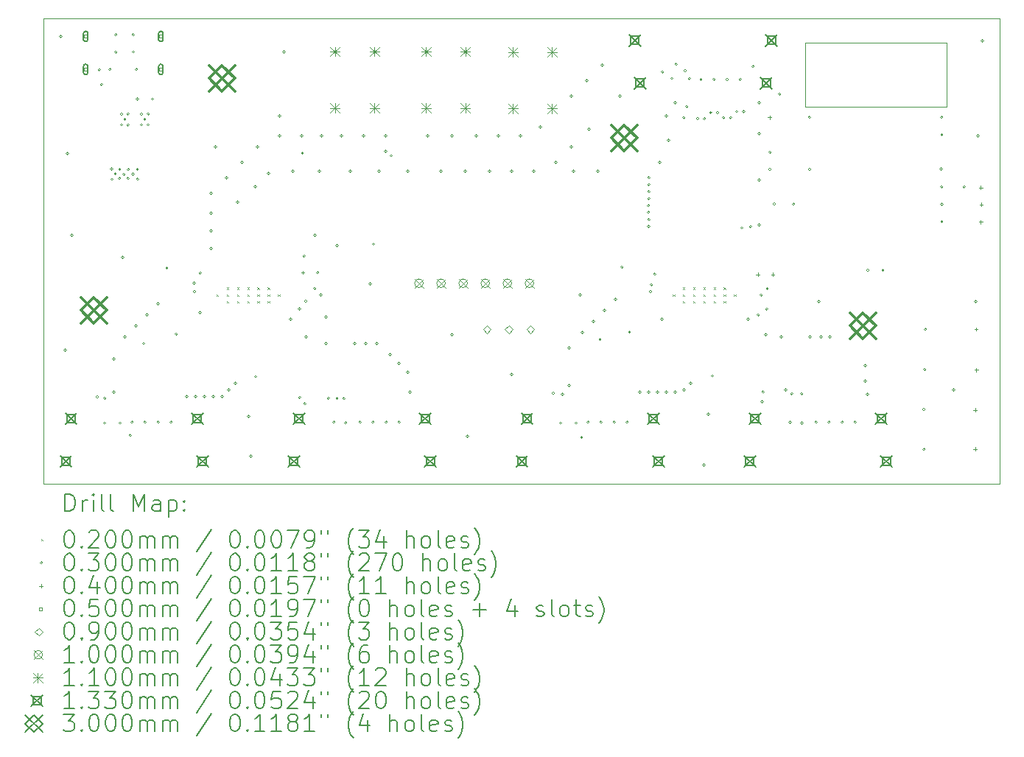
<source format=gbr>
%TF.GenerationSoftware,KiCad,Pcbnew,(6.0.10-0)*%
%TF.CreationDate,2022-12-27T23:39:35-08:00*%
%TF.ProjectId,HDMI-MUX,48444d49-2d4d-4555-982e-6b696361645f,rev?*%
%TF.SameCoordinates,Original*%
%TF.FileFunction,Drillmap*%
%TF.FilePolarity,Positive*%
%FSLAX45Y45*%
G04 Gerber Fmt 4.5, Leading zero omitted, Abs format (unit mm)*
G04 Created by KiCad (PCBNEW (6.0.10-0)) date 2022-12-27 23:39:35*
%MOMM*%
%LPD*%
G01*
G04 APERTURE LIST*
%ADD10C,0.100000*%
%ADD11C,0.200000*%
%ADD12C,0.020000*%
%ADD13C,0.030000*%
%ADD14C,0.040000*%
%ADD15C,0.050000*%
%ADD16C,0.090000*%
%ADD17C,0.110000*%
%ADD18C,0.133000*%
%ADD19C,0.300000*%
G04 APERTURE END LIST*
D10*
X11963400Y-2006600D02*
X10337800Y-2006600D01*
X10337800Y-2006600D02*
X10337800Y-2743200D01*
X10337800Y-2743200D02*
X11963400Y-2743200D01*
X11963400Y-2743200D02*
X11963400Y-2006600D01*
X12569000Y-7075000D02*
X1576000Y-7075000D01*
X1576000Y-7075000D02*
X1576000Y-1720000D01*
X1576000Y-1720000D02*
X12569000Y-1720000D01*
X12569000Y-1720000D02*
X12569000Y-7075000D01*
D11*
D12*
X3569950Y-4895750D02*
X3589950Y-4915750D01*
X3589950Y-4895750D02*
X3569950Y-4915750D01*
X3688450Y-4818250D02*
X3708450Y-4838250D01*
X3708450Y-4818250D02*
X3688450Y-4838250D01*
X3688450Y-4895750D02*
X3708450Y-4915750D01*
X3708450Y-4895750D02*
X3688450Y-4915750D01*
X3688450Y-4973250D02*
X3708450Y-4993250D01*
X3708450Y-4973250D02*
X3688450Y-4993250D01*
X3805450Y-4818250D02*
X3825450Y-4838250D01*
X3825450Y-4818250D02*
X3805450Y-4838250D01*
X3805450Y-4895750D02*
X3825450Y-4915750D01*
X3825450Y-4895750D02*
X3805450Y-4915750D01*
X3805450Y-4973250D02*
X3825450Y-4993250D01*
X3825450Y-4973250D02*
X3805450Y-4993250D01*
X3922450Y-4818250D02*
X3942450Y-4838250D01*
X3942450Y-4818250D02*
X3922450Y-4838250D01*
X3922450Y-4895750D02*
X3942450Y-4915750D01*
X3942450Y-4895750D02*
X3922450Y-4915750D01*
X3922450Y-4973250D02*
X3942450Y-4993250D01*
X3942450Y-4973250D02*
X3922450Y-4993250D01*
X4039450Y-4818250D02*
X4059450Y-4838250D01*
X4059450Y-4818250D02*
X4039450Y-4838250D01*
X4039450Y-4895750D02*
X4059450Y-4915750D01*
X4059450Y-4895750D02*
X4039450Y-4915750D01*
X4039450Y-4973250D02*
X4059450Y-4993250D01*
X4059450Y-4973250D02*
X4039450Y-4993250D01*
X4156450Y-4818250D02*
X4176450Y-4838250D01*
X4176450Y-4818250D02*
X4156450Y-4838250D01*
X4156450Y-4895750D02*
X4176450Y-4915750D01*
X4176450Y-4895750D02*
X4156450Y-4915750D01*
X4156450Y-4973250D02*
X4176450Y-4993250D01*
X4176450Y-4973250D02*
X4156450Y-4993250D01*
X4274950Y-4895750D02*
X4294950Y-4915750D01*
X4294950Y-4895750D02*
X4274950Y-4915750D01*
X8811875Y-4896000D02*
X8831875Y-4916000D01*
X8831875Y-4896000D02*
X8811875Y-4916000D01*
X8930375Y-4818500D02*
X8950375Y-4838500D01*
X8950375Y-4818500D02*
X8930375Y-4838500D01*
X8930375Y-4896000D02*
X8950375Y-4916000D01*
X8950375Y-4896000D02*
X8930375Y-4916000D01*
X8930375Y-4973500D02*
X8950375Y-4993500D01*
X8950375Y-4973500D02*
X8930375Y-4993500D01*
X9047375Y-4818500D02*
X9067375Y-4838500D01*
X9067375Y-4818500D02*
X9047375Y-4838500D01*
X9047375Y-4896000D02*
X9067375Y-4916000D01*
X9067375Y-4896000D02*
X9047375Y-4916000D01*
X9047375Y-4973500D02*
X9067375Y-4993500D01*
X9067375Y-4973500D02*
X9047375Y-4993500D01*
X9164375Y-4818500D02*
X9184375Y-4838500D01*
X9184375Y-4818500D02*
X9164375Y-4838500D01*
X9164375Y-4896000D02*
X9184375Y-4916000D01*
X9184375Y-4896000D02*
X9164375Y-4916000D01*
X9164375Y-4973500D02*
X9184375Y-4993500D01*
X9184375Y-4973500D02*
X9164375Y-4993500D01*
X9281375Y-4818500D02*
X9301375Y-4838500D01*
X9301375Y-4818500D02*
X9281375Y-4838500D01*
X9281375Y-4896000D02*
X9301375Y-4916000D01*
X9301375Y-4896000D02*
X9281375Y-4916000D01*
X9281375Y-4973500D02*
X9301375Y-4993500D01*
X9301375Y-4973500D02*
X9281375Y-4993500D01*
X9398375Y-4818500D02*
X9418375Y-4838500D01*
X9418375Y-4818500D02*
X9398375Y-4838500D01*
X9398375Y-4896000D02*
X9418375Y-4916000D01*
X9418375Y-4896000D02*
X9398375Y-4916000D01*
X9398375Y-4973500D02*
X9418375Y-4993500D01*
X9418375Y-4973500D02*
X9398375Y-4993500D01*
X9516875Y-4896000D02*
X9536875Y-4916000D01*
X9536875Y-4896000D02*
X9516875Y-4916000D01*
D13*
X1793000Y-1930400D02*
G75*
G03*
X1793000Y-1930400I-15000J0D01*
G01*
X1843800Y-5537200D02*
G75*
G03*
X1843800Y-5537200I-15000J0D01*
G01*
X1869200Y-3276600D02*
G75*
G03*
X1869200Y-3276600I-15000J0D01*
G01*
X1920000Y-4216400D02*
G75*
G03*
X1920000Y-4216400I-15000J0D01*
G01*
X2212450Y-6075750D02*
G75*
G03*
X2212450Y-6075750I-15000J0D01*
G01*
X2235600Y-2314400D02*
G75*
G03*
X2235600Y-2314400I-15000J0D01*
G01*
X2260600Y-2484400D02*
G75*
G03*
X2260600Y-2484400I-15000J0D01*
G01*
X2298075Y-6376027D02*
G75*
G03*
X2298075Y-6376027I-15000J0D01*
G01*
X2301000Y-6090550D02*
G75*
G03*
X2301000Y-6090550I-15000J0D01*
G01*
X2360600Y-2310900D02*
G75*
G03*
X2360600Y-2310900I-15000J0D01*
G01*
X2379600Y-3454400D02*
G75*
G03*
X2379600Y-3454400I-15000J0D01*
G01*
X2382600Y-3574400D02*
G75*
G03*
X2382600Y-3574400I-15000J0D01*
G01*
X2402600Y-5638800D02*
G75*
G03*
X2402600Y-5638800I-15000J0D01*
G01*
X2402600Y-6019800D02*
G75*
G03*
X2402600Y-6019800I-15000J0D01*
G01*
X2420600Y-3511400D02*
G75*
G03*
X2420600Y-3511400I-15000J0D01*
G01*
X2428600Y-1912400D02*
G75*
G03*
X2428600Y-1912400I-15000J0D01*
G01*
X2428600Y-2111400D02*
G75*
G03*
X2428600Y-2111400I-15000J0D01*
G01*
X2469600Y-3561400D02*
G75*
G03*
X2469600Y-3561400I-15000J0D01*
G01*
X2472600Y-3460400D02*
G75*
G03*
X2472600Y-3460400I-15000J0D01*
G01*
X2476975Y-6376027D02*
G75*
G03*
X2476975Y-6376027I-15000J0D01*
G01*
X2492600Y-2823400D02*
G75*
G03*
X2492600Y-2823400I-15000J0D01*
G01*
X2492600Y-2946400D02*
G75*
G03*
X2492600Y-2946400I-15000J0D01*
G01*
X2504200Y-4470400D02*
G75*
G03*
X2504200Y-4470400I-15000J0D01*
G01*
X2520600Y-3515400D02*
G75*
G03*
X2520600Y-3515400I-15000J0D01*
G01*
X2529600Y-5384800D02*
G75*
G03*
X2529600Y-5384800I-15000J0D01*
G01*
X2530600Y-2885400D02*
G75*
G03*
X2530600Y-2885400I-15000J0D01*
G01*
X2566600Y-2823400D02*
G75*
G03*
X2566600Y-2823400I-15000J0D01*
G01*
X2567600Y-2948400D02*
G75*
G03*
X2567600Y-2948400I-15000J0D01*
G01*
X2567600Y-3564400D02*
G75*
G03*
X2567600Y-3564400I-15000J0D01*
G01*
X2572600Y-3461400D02*
G75*
G03*
X2572600Y-3461400I-15000J0D01*
G01*
X2592450Y-6517750D02*
G75*
G03*
X2592450Y-6517750I-15000J0D01*
G01*
X2612525Y-6366137D02*
G75*
G03*
X2612525Y-6366137I-15000J0D01*
G01*
X2623600Y-3515400D02*
G75*
G03*
X2623600Y-3515400I-15000J0D01*
G01*
X2625600Y-1912400D02*
G75*
G03*
X2625600Y-1912400I-15000J0D01*
G01*
X2627600Y-2110400D02*
G75*
G03*
X2627600Y-2110400I-15000J0D01*
G01*
X2656600Y-5257800D02*
G75*
G03*
X2656600Y-5257800I-15000J0D01*
G01*
X2664600Y-2310900D02*
G75*
G03*
X2664600Y-2310900I-15000J0D01*
G01*
X2673600Y-3459400D02*
G75*
G03*
X2673600Y-3459400I-15000J0D01*
G01*
X2674350Y-2651400D02*
G75*
G03*
X2674350Y-2651400I-15000J0D01*
G01*
X2675600Y-3571400D02*
G75*
G03*
X2675600Y-3571400I-15000J0D01*
G01*
X2720100Y-2824480D02*
G75*
G03*
X2720100Y-2824480I-15000J0D01*
G01*
X2722600Y-2947400D02*
G75*
G03*
X2722600Y-2947400I-15000J0D01*
G01*
X2746523Y-5460823D02*
G75*
G03*
X2746523Y-5460823I-15000J0D01*
G01*
X2759600Y-2884400D02*
G75*
G03*
X2759600Y-2884400I-15000J0D01*
G01*
X2762525Y-6366137D02*
G75*
G03*
X2762525Y-6366137I-15000J0D01*
G01*
X2783600Y-5130800D02*
G75*
G03*
X2783600Y-5130800I-15000J0D01*
G01*
X2797600Y-2822400D02*
G75*
G03*
X2797600Y-2822400I-15000J0D01*
G01*
X2797600Y-2947400D02*
G75*
G03*
X2797600Y-2947400I-15000J0D01*
G01*
X2846850Y-2651400D02*
G75*
G03*
X2846850Y-2651400I-15000J0D01*
G01*
X2910600Y-5003800D02*
G75*
G03*
X2910600Y-5003800I-15000J0D01*
G01*
X2912526Y-6366138D02*
G75*
G03*
X2912526Y-6366138I-15000J0D01*
G01*
X3014000Y-4593000D02*
G75*
G03*
X3014000Y-4593000I-15000J0D01*
G01*
X3062528Y-6366140D02*
G75*
G03*
X3062528Y-6366140I-15000J0D01*
G01*
X3122000Y-5355000D02*
G75*
G03*
X3122000Y-5355000I-15000J0D01*
G01*
X3240800Y-6070600D02*
G75*
G03*
X3240800Y-6070600I-15000J0D01*
G01*
X3325450Y-4767750D02*
G75*
G03*
X3325450Y-4767750I-15000J0D01*
G01*
X3331450Y-4866300D02*
G75*
G03*
X3331450Y-4866300I-15000J0D01*
G01*
X3342400Y-6070600D02*
G75*
G03*
X3342400Y-6070600I-15000J0D01*
G01*
X3393200Y-5105400D02*
G75*
G03*
X3393200Y-5105400I-15000J0D01*
G01*
X3395375Y-4652000D02*
G75*
G03*
X3395375Y-4652000I-15000J0D01*
G01*
X3444000Y-6070600D02*
G75*
G03*
X3444000Y-6070600I-15000J0D01*
G01*
X3520200Y-3733800D02*
G75*
G03*
X3520200Y-3733800I-15000J0D01*
G01*
X3520200Y-3962400D02*
G75*
G03*
X3520200Y-3962400I-15000J0D01*
G01*
X3520200Y-4165600D02*
G75*
G03*
X3520200Y-4165600I-15000J0D01*
G01*
X3520200Y-4368800D02*
G75*
G03*
X3520200Y-4368800I-15000J0D01*
G01*
X3545600Y-6070600D02*
G75*
G03*
X3545600Y-6070600I-15000J0D01*
G01*
X3571000Y-3200400D02*
G75*
G03*
X3571000Y-3200400I-15000J0D01*
G01*
X3647200Y-6070600D02*
G75*
G03*
X3647200Y-6070600I-15000J0D01*
G01*
X3698000Y-3556000D02*
G75*
G03*
X3698000Y-3556000I-15000J0D01*
G01*
X3723400Y-5994400D02*
G75*
G03*
X3723400Y-5994400I-15000J0D01*
G01*
X3799600Y-5918200D02*
G75*
G03*
X3799600Y-5918200I-15000J0D01*
G01*
X3825000Y-3835400D02*
G75*
G03*
X3825000Y-3835400I-15000J0D01*
G01*
X3875800Y-3378200D02*
G75*
G03*
X3875800Y-3378200I-15000J0D01*
G01*
X3952000Y-6299200D02*
G75*
G03*
X3952000Y-6299200I-15000J0D01*
G01*
X3977400Y-6756400D02*
G75*
G03*
X3977400Y-6756400I-15000J0D01*
G01*
X4028200Y-3657600D02*
G75*
G03*
X4028200Y-3657600I-15000J0D01*
G01*
X4033450Y-5843750D02*
G75*
G03*
X4033450Y-5843750I-15000J0D01*
G01*
X4053600Y-3200400D02*
G75*
G03*
X4053600Y-3200400I-15000J0D01*
G01*
X4180600Y-3505200D02*
G75*
G03*
X4180600Y-3505200I-15000J0D01*
G01*
X4307600Y-2844800D02*
G75*
G03*
X4307600Y-2844800I-15000J0D01*
G01*
X4307600Y-3073400D02*
G75*
G03*
X4307600Y-3073400I-15000J0D01*
G01*
X4358400Y-2108200D02*
G75*
G03*
X4358400Y-2108200I-15000J0D01*
G01*
X4434600Y-5181600D02*
G75*
G03*
X4434600Y-5181600I-15000J0D01*
G01*
X4460000Y-3479800D02*
G75*
G03*
X4460000Y-3479800I-15000J0D01*
G01*
X4536450Y-5063750D02*
G75*
G03*
X4536450Y-5063750I-15000J0D01*
G01*
X4539450Y-6080750D02*
G75*
G03*
X4539450Y-6080750I-15000J0D01*
G01*
X4561600Y-3073400D02*
G75*
G03*
X4561600Y-3073400I-15000J0D01*
G01*
X4572000Y-3274000D02*
G75*
G03*
X4572000Y-3274000I-15000J0D01*
G01*
X4590375Y-4456000D02*
G75*
G03*
X4590375Y-4456000I-15000J0D01*
G01*
X4599450Y-6155750D02*
G75*
G03*
X4599450Y-6155750I-15000J0D01*
G01*
X4608450Y-4974750D02*
G75*
G03*
X4608450Y-4974750I-15000J0D01*
G01*
X4612400Y-5384800D02*
G75*
G03*
X4612400Y-5384800I-15000J0D01*
G01*
X4712450Y-4829750D02*
G75*
G03*
X4712450Y-4829750I-15000J0D01*
G01*
X4714000Y-4216400D02*
G75*
G03*
X4714000Y-4216400I-15000J0D01*
G01*
X4748000Y-4646000D02*
G75*
G03*
X4748000Y-4646000I-15000J0D01*
G01*
X4764800Y-3479800D02*
G75*
G03*
X4764800Y-3479800I-15000J0D01*
G01*
X4784877Y-4903323D02*
G75*
G03*
X4784877Y-4903323I-15000J0D01*
G01*
X4790200Y-3073400D02*
G75*
G03*
X4790200Y-3073400I-15000J0D01*
G01*
X4841000Y-5156200D02*
G75*
G03*
X4841000Y-5156200I-15000J0D01*
G01*
X4841000Y-5461000D02*
G75*
G03*
X4841000Y-5461000I-15000J0D01*
G01*
X4870696Y-6090849D02*
G75*
G03*
X4870696Y-6090849I-15000J0D01*
G01*
X4932524Y-6366138D02*
G75*
G03*
X4932524Y-6366138I-15000J0D01*
G01*
X4967450Y-6092750D02*
G75*
G03*
X4967450Y-6092750I-15000J0D01*
G01*
X4970375Y-4337000D02*
G75*
G03*
X4970375Y-4337000I-15000J0D01*
G01*
X5018800Y-3073400D02*
G75*
G03*
X5018800Y-3073400I-15000J0D01*
G01*
X5048657Y-6094251D02*
G75*
G03*
X5048657Y-6094251I-15000J0D01*
G01*
X5068075Y-6376027D02*
G75*
G03*
X5068075Y-6376027I-15000J0D01*
G01*
X5120400Y-3479800D02*
G75*
G03*
X5120400Y-3479800I-15000J0D01*
G01*
X5171200Y-5461000D02*
G75*
G03*
X5171200Y-5461000I-15000J0D01*
G01*
X5232530Y-6366142D02*
G75*
G03*
X5232530Y-6366142I-15000J0D01*
G01*
X5272800Y-3073400D02*
G75*
G03*
X5272800Y-3073400I-15000J0D01*
G01*
X5298200Y-5461000D02*
G75*
G03*
X5298200Y-5461000I-15000J0D01*
G01*
X5349000Y-4775200D02*
G75*
G03*
X5349000Y-4775200I-15000J0D01*
G01*
X5382531Y-6366143D02*
G75*
G03*
X5382531Y-6366143I-15000J0D01*
G01*
X5388375Y-4320000D02*
G75*
G03*
X5388375Y-4320000I-15000J0D01*
G01*
X5425200Y-5461000D02*
G75*
G03*
X5425200Y-5461000I-15000J0D01*
G01*
X5450600Y-3479800D02*
G75*
G03*
X5450600Y-3479800I-15000J0D01*
G01*
X5526800Y-3073400D02*
G75*
G03*
X5526800Y-3073400I-15000J0D01*
G01*
X5527375Y-3252550D02*
G75*
G03*
X5527375Y-3252550I-15000J0D01*
G01*
X5532525Y-6366137D02*
G75*
G03*
X5532525Y-6366137I-15000J0D01*
G01*
X5577600Y-5588000D02*
G75*
G03*
X5577600Y-5588000I-15000J0D01*
G01*
X5591375Y-3301550D02*
G75*
G03*
X5591375Y-3301550I-15000J0D01*
G01*
X5679200Y-5689600D02*
G75*
G03*
X5679200Y-5689600I-15000J0D01*
G01*
X5682525Y-6366137D02*
G75*
G03*
X5682525Y-6366137I-15000J0D01*
G01*
X5780800Y-3479800D02*
G75*
G03*
X5780800Y-3479800I-15000J0D01*
G01*
X5780800Y-5791200D02*
G75*
G03*
X5780800Y-5791200I-15000J0D01*
G01*
X5806200Y-6019800D02*
G75*
G03*
X5806200Y-6019800I-15000J0D01*
G01*
X6009400Y-3073400D02*
G75*
G03*
X6009400Y-3073400I-15000J0D01*
G01*
X6161800Y-3479800D02*
G75*
G03*
X6161800Y-3479800I-15000J0D01*
G01*
X6288800Y-3073400D02*
G75*
G03*
X6288800Y-3073400I-15000J0D01*
G01*
X6288800Y-5359400D02*
G75*
G03*
X6288800Y-5359400I-15000J0D01*
G01*
X6441200Y-3479800D02*
G75*
G03*
X6441200Y-3479800I-15000J0D01*
G01*
X6466600Y-6527800D02*
G75*
G03*
X6466600Y-6527800I-15000J0D01*
G01*
X6568200Y-3073400D02*
G75*
G03*
X6568200Y-3073400I-15000J0D01*
G01*
X6720600Y-3479800D02*
G75*
G03*
X6720600Y-3479800I-15000J0D01*
G01*
X6822200Y-3073400D02*
G75*
G03*
X6822200Y-3073400I-15000J0D01*
G01*
X6974600Y-3479800D02*
G75*
G03*
X6974600Y-3479800I-15000J0D01*
G01*
X6974600Y-5816600D02*
G75*
G03*
X6974600Y-5816600I-15000J0D01*
G01*
X7076200Y-3073400D02*
G75*
G03*
X7076200Y-3073400I-15000J0D01*
G01*
X7228600Y-3479800D02*
G75*
G03*
X7228600Y-3479800I-15000J0D01*
G01*
X7304800Y-2971800D02*
G75*
G03*
X7304800Y-2971800I-15000J0D01*
G01*
X7453450Y-6034750D02*
G75*
G03*
X7453450Y-6034750I-15000J0D01*
G01*
X7482600Y-3378200D02*
G75*
G03*
X7482600Y-3378200I-15000J0D01*
G01*
X7539000Y-6376277D02*
G75*
G03*
X7539000Y-6376277I-15000J0D01*
G01*
X7558800Y-6045200D02*
G75*
G03*
X7558800Y-6045200I-15000J0D01*
G01*
X7635000Y-5511800D02*
G75*
G03*
X7635000Y-5511800I-15000J0D01*
G01*
X7635000Y-5943600D02*
G75*
G03*
X7635000Y-5943600I-15000J0D01*
G01*
X7660400Y-2616200D02*
G75*
G03*
X7660400Y-2616200I-15000J0D01*
G01*
X7660400Y-3200400D02*
G75*
G03*
X7660400Y-3200400I-15000J0D01*
G01*
X7685800Y-3479800D02*
G75*
G03*
X7685800Y-3479800I-15000J0D01*
G01*
X7717900Y-6376277D02*
G75*
G03*
X7717900Y-6376277I-15000J0D01*
G01*
X7762000Y-4902200D02*
G75*
G03*
X7762000Y-4902200I-15000J0D01*
G01*
X7780450Y-6541750D02*
G75*
G03*
X7780450Y-6541750I-15000J0D01*
G01*
X7787400Y-5334000D02*
G75*
G03*
X7787400Y-5334000I-15000J0D01*
G01*
X7838200Y-2438400D02*
G75*
G03*
X7838200Y-2438400I-15000J0D01*
G01*
X7853447Y-6366390D02*
G75*
G03*
X7853447Y-6366390I-15000J0D01*
G01*
X7863600Y-2997200D02*
G75*
G03*
X7863600Y-2997200I-15000J0D01*
G01*
X7914400Y-5207000D02*
G75*
G03*
X7914400Y-5207000I-15000J0D01*
G01*
X7965200Y-3479800D02*
G75*
G03*
X7965200Y-3479800I-15000J0D01*
G01*
X7990023Y-5415323D02*
G75*
G03*
X7990023Y-5415323I-15000J0D01*
G01*
X8003447Y-6366390D02*
G75*
G03*
X8003447Y-6366390I-15000J0D01*
G01*
X8016000Y-2260600D02*
G75*
G03*
X8016000Y-2260600I-15000J0D01*
G01*
X8041400Y-5080000D02*
G75*
G03*
X8041400Y-5080000I-15000J0D01*
G01*
X8153445Y-6366392D02*
G75*
G03*
X8153445Y-6366392I-15000J0D01*
G01*
X8168400Y-4953000D02*
G75*
G03*
X8168400Y-4953000I-15000J0D01*
G01*
X8219200Y-2616200D02*
G75*
G03*
X8219200Y-2616200I-15000J0D01*
G01*
X8244000Y-4585000D02*
G75*
G03*
X8244000Y-4585000I-15000J0D01*
G01*
X8303454Y-6366392D02*
G75*
G03*
X8303454Y-6366392I-15000J0D01*
G01*
X8332000Y-5331000D02*
G75*
G03*
X8332000Y-5331000I-15000J0D01*
G01*
X8447800Y-6019800D02*
G75*
G03*
X8447800Y-6019800I-15000J0D01*
G01*
X8548375Y-3875400D02*
G75*
G03*
X8548375Y-3875400I-15000J0D01*
G01*
X8548375Y-3954600D02*
G75*
G03*
X8548375Y-3954600I-15000J0D01*
G01*
X8549400Y-6019800D02*
G75*
G03*
X8549400Y-6019800I-15000J0D01*
G01*
X8551375Y-4037400D02*
G75*
G03*
X8551375Y-4037400I-15000J0D01*
G01*
X8551375Y-4116600D02*
G75*
G03*
X8551375Y-4116600I-15000J0D01*
G01*
X8552375Y-3715400D02*
G75*
G03*
X8552375Y-3715400I-15000J0D01*
G01*
X8552375Y-3794600D02*
G75*
G03*
X8552375Y-3794600I-15000J0D01*
G01*
X8553468Y-3556255D02*
G75*
G03*
X8553468Y-3556255I-15000J0D01*
G01*
X8553468Y-3635455D02*
G75*
G03*
X8553468Y-3635455I-15000J0D01*
G01*
X8571450Y-4866550D02*
G75*
G03*
X8571450Y-4866550I-15000J0D01*
G01*
X8583699Y-4787544D02*
G75*
G03*
X8583699Y-4787544I-15000J0D01*
G01*
X8620375Y-4664000D02*
G75*
G03*
X8620375Y-4664000I-15000J0D01*
G01*
X8651000Y-6019800D02*
G75*
G03*
X8651000Y-6019800I-15000J0D01*
G01*
X8676400Y-3378200D02*
G75*
G03*
X8676400Y-3378200I-15000J0D01*
G01*
X8701800Y-5181600D02*
G75*
G03*
X8701800Y-5181600I-15000J0D01*
G01*
X8709375Y-2340000D02*
G75*
G03*
X8709375Y-2340000I-15000J0D01*
G01*
X8752600Y-2844800D02*
G75*
G03*
X8752600Y-2844800I-15000J0D01*
G01*
X8752600Y-6019800D02*
G75*
G03*
X8752600Y-6019800I-15000J0D01*
G01*
X8778000Y-3124200D02*
G75*
G03*
X8778000Y-3124200I-15000J0D01*
G01*
X8816900Y-2413000D02*
G75*
G03*
X8816900Y-2413000I-15000J0D01*
G01*
X8854200Y-2692400D02*
G75*
G03*
X8854200Y-2692400I-15000J0D01*
G01*
X8854200Y-6019800D02*
G75*
G03*
X8854200Y-6019800I-15000J0D01*
G01*
X8867375Y-2251450D02*
G75*
G03*
X8867375Y-2251450I-15000J0D01*
G01*
X8953825Y-2865073D02*
G75*
G03*
X8953825Y-2865073I-15000J0D01*
G01*
X8955800Y-5994400D02*
G75*
G03*
X8955800Y-5994400I-15000J0D01*
G01*
X8968748Y-2323773D02*
G75*
G03*
X8968748Y-2323773I-15000J0D01*
G01*
X8987375Y-2738000D02*
G75*
G03*
X8987375Y-2738000I-15000J0D01*
G01*
X9016900Y-2415723D02*
G75*
G03*
X9016900Y-2415723I-15000J0D01*
G01*
X9032000Y-5918200D02*
G75*
G03*
X9032000Y-5918200I-15000J0D01*
G01*
X9112850Y-2876000D02*
G75*
G03*
X9112850Y-2876000I-15000J0D01*
G01*
X9152454Y-2425608D02*
G75*
G03*
X9152454Y-2425608I-15000J0D01*
G01*
X9184400Y-6858000D02*
G75*
G03*
X9184400Y-6858000I-15000J0D01*
G01*
X9192050Y-2876000D02*
G75*
G03*
X9192050Y-2876000I-15000J0D01*
G01*
X9235200Y-6273800D02*
G75*
G03*
X9235200Y-6273800I-15000J0D01*
G01*
X9262850Y-2806887D02*
G75*
G03*
X9262850Y-2806887I-15000J0D01*
G01*
X9282023Y-5834177D02*
G75*
G03*
X9282023Y-5834177I-15000J0D01*
G01*
X9302455Y-2425608D02*
G75*
G03*
X9302455Y-2425608I-15000J0D01*
G01*
X9342050Y-2806887D02*
G75*
G03*
X9342050Y-2806887I-15000J0D01*
G01*
X9412850Y-2865000D02*
G75*
G03*
X9412850Y-2865000I-15000J0D01*
G01*
X9452455Y-2425608D02*
G75*
G03*
X9452455Y-2425608I-15000J0D01*
G01*
X9492050Y-2865000D02*
G75*
G03*
X9492050Y-2865000I-15000J0D01*
G01*
X9562850Y-2794000D02*
G75*
G03*
X9562850Y-2794000I-15000J0D01*
G01*
X9602454Y-2425609D02*
G75*
G03*
X9602454Y-2425609I-15000J0D01*
G01*
X9621375Y-4134000D02*
G75*
G03*
X9621375Y-4134000I-15000J0D01*
G01*
X9642050Y-2794000D02*
G75*
G03*
X9642050Y-2794000I-15000J0D01*
G01*
X9692400Y-5181600D02*
G75*
G03*
X9692400Y-5181600I-15000J0D01*
G01*
X9720375Y-4119000D02*
G75*
G03*
X9720375Y-4119000I-15000J0D01*
G01*
X9749467Y-2275946D02*
G75*
G03*
X9749467Y-2275946I-15000J0D01*
G01*
X9810450Y-5134750D02*
G75*
G03*
X9810450Y-5134750I-15000J0D01*
G01*
X9819400Y-2692400D02*
G75*
G03*
X9819400Y-2692400I-15000J0D01*
G01*
X9819400Y-3048000D02*
G75*
G03*
X9819400Y-3048000I-15000J0D01*
G01*
X9819400Y-3581400D02*
G75*
G03*
X9819400Y-3581400I-15000J0D01*
G01*
X9820216Y-4099841D02*
G75*
G03*
X9820216Y-4099841I-15000J0D01*
G01*
X9845227Y-4905450D02*
G75*
G03*
X9845227Y-4905450I-15000J0D01*
G01*
X9854450Y-6130750D02*
G75*
G03*
X9854450Y-6130750I-15000J0D01*
G01*
X9866450Y-6018750D02*
G75*
G03*
X9866450Y-6018750I-15000J0D01*
G01*
X9895600Y-5359400D02*
G75*
G03*
X9895600Y-5359400I-15000J0D01*
G01*
X9907450Y-5067750D02*
G75*
G03*
X9907450Y-5067750I-15000J0D01*
G01*
X9913450Y-4830750D02*
G75*
G03*
X9913450Y-4830750I-15000J0D01*
G01*
X9943000Y-3460000D02*
G75*
G03*
X9943000Y-3460000I-15000J0D01*
G01*
X9945000Y-3261000D02*
G75*
G03*
X9945000Y-3261000I-15000J0D01*
G01*
X9993000Y-3858000D02*
G75*
G03*
X9993000Y-3858000I-15000J0D01*
G01*
X10054375Y-2593000D02*
G75*
G03*
X10054375Y-2593000I-15000J0D01*
G01*
X10073400Y-5384800D02*
G75*
G03*
X10073400Y-5384800I-15000J0D01*
G01*
X10124200Y-5994400D02*
G75*
G03*
X10124200Y-5994400I-15000J0D01*
G01*
X10174931Y-6367783D02*
G75*
G03*
X10174931Y-6367783I-15000J0D01*
G01*
X10194450Y-6040750D02*
G75*
G03*
X10194450Y-6040750I-15000J0D01*
G01*
X10216375Y-3861000D02*
G75*
G03*
X10216375Y-3861000I-15000J0D01*
G01*
X10309450Y-6040750D02*
G75*
G03*
X10309450Y-6040750I-15000J0D01*
G01*
X10310000Y-6376277D02*
G75*
G03*
X10310000Y-6376277I-15000J0D01*
G01*
X10399625Y-2861000D02*
G75*
G03*
X10399625Y-2861000I-15000J0D01*
G01*
X10399625Y-3461000D02*
G75*
G03*
X10399625Y-3461000I-15000J0D01*
G01*
X10403600Y-5384800D02*
G75*
G03*
X10403600Y-5384800I-15000J0D01*
G01*
X10473456Y-6366393D02*
G75*
G03*
X10473456Y-6366393I-15000J0D01*
G01*
X10505200Y-4978400D02*
G75*
G03*
X10505200Y-4978400I-15000J0D01*
G01*
X10530600Y-5384800D02*
G75*
G03*
X10530600Y-5384800I-15000J0D01*
G01*
X10623455Y-6366392D02*
G75*
G03*
X10623455Y-6366392I-15000J0D01*
G01*
X10632200Y-5384800D02*
G75*
G03*
X10632200Y-5384800I-15000J0D01*
G01*
X10773450Y-6366387D02*
G75*
G03*
X10773450Y-6366387I-15000J0D01*
G01*
X10923450Y-6366387D02*
G75*
G03*
X10923450Y-6366387I-15000J0D01*
G01*
X11038600Y-5715000D02*
G75*
G03*
X11038600Y-5715000I-15000J0D01*
G01*
X11038600Y-5892800D02*
G75*
G03*
X11038600Y-5892800I-15000J0D01*
G01*
X11064000Y-6045200D02*
G75*
G03*
X11064000Y-6045200I-15000J0D01*
G01*
X11069750Y-4620000D02*
G75*
G03*
X11069750Y-4620000I-15000J0D01*
G01*
X11242250Y-4620000D02*
G75*
G03*
X11242250Y-4620000I-15000J0D01*
G01*
X11714125Y-6220000D02*
G75*
G03*
X11714125Y-6220000I-15000J0D01*
G01*
X11714125Y-6680000D02*
G75*
G03*
X11714125Y-6680000I-15000J0D01*
G01*
X11724375Y-5760000D02*
G75*
G03*
X11724375Y-5760000I-15000J0D01*
G01*
X11730375Y-5299000D02*
G75*
G03*
X11730375Y-5299000I-15000J0D01*
G01*
X11913375Y-3456000D02*
G75*
G03*
X11913375Y-3456000I-15000J0D01*
G01*
X11919625Y-2861000D02*
G75*
G03*
X11919625Y-2861000I-15000J0D01*
G01*
X11919625Y-3061000D02*
G75*
G03*
X11919625Y-3061000I-15000J0D01*
G01*
X11919625Y-3661000D02*
G75*
G03*
X11919625Y-3661000I-15000J0D01*
G01*
X11919625Y-3861000D02*
G75*
G03*
X11919625Y-3861000I-15000J0D01*
G01*
X11919625Y-4061000D02*
G75*
G03*
X11919625Y-4061000I-15000J0D01*
G01*
X12054600Y-5994400D02*
G75*
G03*
X12054600Y-5994400I-15000J0D01*
G01*
X12174625Y-3661000D02*
G75*
G03*
X12174625Y-3661000I-15000J0D01*
G01*
X12308600Y-4978400D02*
G75*
G03*
X12308600Y-4978400I-15000J0D01*
G01*
X12334000Y-3073400D02*
G75*
G03*
X12334000Y-3073400I-15000J0D01*
G01*
X12384800Y-1981200D02*
G75*
G03*
X12384800Y-1981200I-15000J0D01*
G01*
D14*
X4560750Y-4624000D02*
X4560750Y-4664000D01*
X4540750Y-4644000D02*
X4580750Y-4644000D01*
X9789750Y-4648000D02*
X9789750Y-4688000D01*
X9769750Y-4668000D02*
X9809750Y-4668000D01*
X9925625Y-2842000D02*
X9925625Y-2882000D01*
X9905625Y-2862000D02*
X9945625Y-2862000D01*
X9962000Y-4648000D02*
X9962000Y-4688000D01*
X9942000Y-4668000D02*
X9982000Y-4668000D01*
X12289125Y-6205000D02*
X12289125Y-6245000D01*
X12269125Y-6225000D02*
X12309125Y-6225000D01*
X12289125Y-6653000D02*
X12289125Y-6693000D01*
X12269125Y-6673000D02*
X12309125Y-6673000D01*
X12299125Y-5277000D02*
X12299125Y-5317000D01*
X12279125Y-5297000D02*
X12319125Y-5297000D01*
X12300125Y-5745000D02*
X12300125Y-5785000D01*
X12280125Y-5765000D02*
X12320125Y-5765000D01*
X12352625Y-4042000D02*
X12352625Y-4082000D01*
X12332625Y-4062000D02*
X12372625Y-4062000D01*
X12353625Y-3648000D02*
X12353625Y-3688000D01*
X12333625Y-3668000D02*
X12373625Y-3668000D01*
X12357625Y-3843000D02*
X12357625Y-3883000D01*
X12337625Y-3863000D02*
X12377625Y-3863000D01*
D15*
X2083278Y-1948078D02*
X2083278Y-1912722D01*
X2047922Y-1912722D01*
X2047922Y-1948078D01*
X2083278Y-1948078D01*
D11*
X2040600Y-1895400D02*
X2040600Y-1965400D01*
X2090600Y-1895400D02*
X2090600Y-1965400D01*
X2040600Y-1965400D02*
G75*
G03*
X2090600Y-1965400I25000J0D01*
G01*
X2090600Y-1895400D02*
G75*
G03*
X2040600Y-1895400I-25000J0D01*
G01*
D15*
X2083278Y-2328078D02*
X2083278Y-2292722D01*
X2047922Y-2292722D01*
X2047922Y-2328078D01*
X2083278Y-2328078D01*
D11*
X2040600Y-2275400D02*
X2040600Y-2345400D01*
X2090600Y-2275400D02*
X2090600Y-2345400D01*
X2040600Y-2345400D02*
G75*
G03*
X2090600Y-2345400I25000J0D01*
G01*
X2090600Y-2275400D02*
G75*
G03*
X2040600Y-2275400I-25000J0D01*
G01*
D15*
X2947278Y-1948078D02*
X2947278Y-1912722D01*
X2911922Y-1912722D01*
X2911922Y-1948078D01*
X2947278Y-1948078D01*
D11*
X2904600Y-1895400D02*
X2904600Y-1965400D01*
X2954600Y-1895400D02*
X2954600Y-1965400D01*
X2904600Y-1965400D02*
G75*
G03*
X2954600Y-1965400I25000J0D01*
G01*
X2954600Y-1895400D02*
G75*
G03*
X2904600Y-1895400I-25000J0D01*
G01*
D15*
X2947278Y-2328078D02*
X2947278Y-2292722D01*
X2911922Y-2292722D01*
X2911922Y-2328078D01*
X2947278Y-2328078D01*
D11*
X2904600Y-2275400D02*
X2904600Y-2345400D01*
X2954600Y-2275400D02*
X2954600Y-2345400D01*
X2904600Y-2345400D02*
G75*
G03*
X2954600Y-2345400I25000J0D01*
G01*
X2954600Y-2275400D02*
G75*
G03*
X2904600Y-2275400I-25000J0D01*
G01*
D16*
X6677150Y-5345000D02*
X6722150Y-5300000D01*
X6677150Y-5255000D01*
X6632150Y-5300000D01*
X6677150Y-5345000D01*
X6927150Y-5345000D02*
X6972150Y-5300000D01*
X6927150Y-5255000D01*
X6882150Y-5300000D01*
X6927150Y-5345000D01*
X7177150Y-5345000D02*
X7222150Y-5300000D01*
X7177150Y-5255000D01*
X7132150Y-5300000D01*
X7177150Y-5345000D01*
D10*
X5845000Y-4719000D02*
X5945000Y-4819000D01*
X5945000Y-4719000D02*
X5845000Y-4819000D01*
X5945000Y-4769000D02*
G75*
G03*
X5945000Y-4769000I-50000J0D01*
G01*
X6099000Y-4719000D02*
X6199000Y-4819000D01*
X6199000Y-4719000D02*
X6099000Y-4819000D01*
X6199000Y-4769000D02*
G75*
G03*
X6199000Y-4769000I-50000J0D01*
G01*
X6353000Y-4719000D02*
X6453000Y-4819000D01*
X6453000Y-4719000D02*
X6353000Y-4819000D01*
X6453000Y-4769000D02*
G75*
G03*
X6453000Y-4769000I-50000J0D01*
G01*
X6607000Y-4719000D02*
X6707000Y-4819000D01*
X6707000Y-4719000D02*
X6607000Y-4819000D01*
X6707000Y-4769000D02*
G75*
G03*
X6707000Y-4769000I-50000J0D01*
G01*
X6861000Y-4719000D02*
X6961000Y-4819000D01*
X6961000Y-4719000D02*
X6861000Y-4819000D01*
X6961000Y-4769000D02*
G75*
G03*
X6961000Y-4769000I-50000J0D01*
G01*
X7115000Y-4719000D02*
X7215000Y-4819000D01*
X7215000Y-4719000D02*
X7115000Y-4819000D01*
X7215000Y-4769000D02*
G75*
G03*
X7215000Y-4769000I-50000J0D01*
G01*
D17*
X4877375Y-2050000D02*
X4987375Y-2160000D01*
X4987375Y-2050000D02*
X4877375Y-2160000D01*
X4932375Y-2050000D02*
X4932375Y-2160000D01*
X4877375Y-2105000D02*
X4987375Y-2105000D01*
X4877375Y-2700000D02*
X4987375Y-2810000D01*
X4987375Y-2700000D02*
X4877375Y-2810000D01*
X4932375Y-2700000D02*
X4932375Y-2810000D01*
X4877375Y-2755000D02*
X4987375Y-2755000D01*
X5327375Y-2050000D02*
X5437375Y-2160000D01*
X5437375Y-2050000D02*
X5327375Y-2160000D01*
X5382375Y-2050000D02*
X5382375Y-2160000D01*
X5327375Y-2105000D02*
X5437375Y-2105000D01*
X5327375Y-2700000D02*
X5437375Y-2810000D01*
X5437375Y-2700000D02*
X5327375Y-2810000D01*
X5382375Y-2700000D02*
X5382375Y-2810000D01*
X5327375Y-2755000D02*
X5437375Y-2755000D01*
X5923375Y-2050000D02*
X6033375Y-2160000D01*
X6033375Y-2050000D02*
X5923375Y-2160000D01*
X5978375Y-2050000D02*
X5978375Y-2160000D01*
X5923375Y-2105000D02*
X6033375Y-2105000D01*
X5923375Y-2700000D02*
X6033375Y-2810000D01*
X6033375Y-2700000D02*
X5923375Y-2810000D01*
X5978375Y-2700000D02*
X5978375Y-2810000D01*
X5923375Y-2755000D02*
X6033375Y-2755000D01*
X6373375Y-2050000D02*
X6483375Y-2160000D01*
X6483375Y-2050000D02*
X6373375Y-2160000D01*
X6428375Y-2050000D02*
X6428375Y-2160000D01*
X6373375Y-2105000D02*
X6483375Y-2105000D01*
X6373375Y-2700000D02*
X6483375Y-2810000D01*
X6483375Y-2700000D02*
X6373375Y-2810000D01*
X6428375Y-2700000D02*
X6428375Y-2810000D01*
X6373375Y-2755000D02*
X6483375Y-2755000D01*
X6920375Y-2055000D02*
X7030375Y-2165000D01*
X7030375Y-2055000D02*
X6920375Y-2165000D01*
X6975375Y-2055000D02*
X6975375Y-2165000D01*
X6920375Y-2110000D02*
X7030375Y-2110000D01*
X6920375Y-2705000D02*
X7030375Y-2815000D01*
X7030375Y-2705000D02*
X6920375Y-2815000D01*
X6975375Y-2705000D02*
X6975375Y-2815000D01*
X6920375Y-2760000D02*
X7030375Y-2760000D01*
X7370375Y-2055000D02*
X7480375Y-2165000D01*
X7480375Y-2055000D02*
X7370375Y-2165000D01*
X7425375Y-2055000D02*
X7425375Y-2165000D01*
X7370375Y-2110000D02*
X7480375Y-2110000D01*
X7370375Y-2705000D02*
X7480375Y-2815000D01*
X7480375Y-2705000D02*
X7370375Y-2815000D01*
X7425375Y-2705000D02*
X7425375Y-2815000D01*
X7370375Y-2760000D02*
X7480375Y-2760000D01*
D18*
X1771025Y-6749000D02*
X1904025Y-6882000D01*
X1904025Y-6749000D02*
X1771025Y-6882000D01*
X1884548Y-6862523D02*
X1884548Y-6768477D01*
X1790502Y-6768477D01*
X1790502Y-6862523D01*
X1884548Y-6862523D01*
X1831025Y-6259000D02*
X1964025Y-6392000D01*
X1964025Y-6259000D02*
X1831025Y-6392000D01*
X1944548Y-6372523D02*
X1944548Y-6278477D01*
X1850502Y-6278477D01*
X1850502Y-6372523D01*
X1944548Y-6372523D01*
X3281025Y-6259000D02*
X3414025Y-6392000D01*
X3414025Y-6259000D02*
X3281025Y-6392000D01*
X3394548Y-6372523D02*
X3394548Y-6278477D01*
X3300502Y-6278477D01*
X3300502Y-6372523D01*
X3394548Y-6372523D01*
X3341025Y-6749000D02*
X3474025Y-6882000D01*
X3474025Y-6749000D02*
X3341025Y-6882000D01*
X3454548Y-6862523D02*
X3454548Y-6768477D01*
X3360502Y-6768477D01*
X3360502Y-6862523D01*
X3454548Y-6862523D01*
X4391025Y-6749000D02*
X4524025Y-6882000D01*
X4524025Y-6749000D02*
X4391025Y-6882000D01*
X4504548Y-6862523D02*
X4504548Y-6768477D01*
X4410502Y-6768477D01*
X4410502Y-6862523D01*
X4504548Y-6862523D01*
X4451025Y-6259000D02*
X4584025Y-6392000D01*
X4584025Y-6259000D02*
X4451025Y-6392000D01*
X4564548Y-6372523D02*
X4564548Y-6278477D01*
X4470502Y-6278477D01*
X4470502Y-6372523D01*
X4564548Y-6372523D01*
X5901025Y-6259000D02*
X6034025Y-6392000D01*
X6034025Y-6259000D02*
X5901025Y-6392000D01*
X6014548Y-6372523D02*
X6014548Y-6278477D01*
X5920502Y-6278477D01*
X5920502Y-6372523D01*
X6014548Y-6372523D01*
X5961025Y-6749000D02*
X6094025Y-6882000D01*
X6094025Y-6749000D02*
X5961025Y-6882000D01*
X6074548Y-6862523D02*
X6074548Y-6768477D01*
X5980502Y-6768477D01*
X5980502Y-6862523D01*
X6074548Y-6862523D01*
X7011950Y-6749250D02*
X7144950Y-6882250D01*
X7144950Y-6749250D02*
X7011950Y-6882250D01*
X7125473Y-6862773D02*
X7125473Y-6768727D01*
X7031427Y-6768727D01*
X7031427Y-6862773D01*
X7125473Y-6862773D01*
X7071950Y-6259250D02*
X7204950Y-6392250D01*
X7204950Y-6259250D02*
X7071950Y-6392250D01*
X7185473Y-6372773D02*
X7185473Y-6278727D01*
X7091427Y-6278727D01*
X7091427Y-6372773D01*
X7185473Y-6372773D01*
X8310950Y-1909750D02*
X8443950Y-2042750D01*
X8443950Y-1909750D02*
X8310950Y-2042750D01*
X8424473Y-2023273D02*
X8424473Y-1929227D01*
X8330427Y-1929227D01*
X8330427Y-2023273D01*
X8424473Y-2023273D01*
X8370950Y-2399750D02*
X8503950Y-2532750D01*
X8503950Y-2399750D02*
X8370950Y-2532750D01*
X8484473Y-2513273D02*
X8484473Y-2419227D01*
X8390427Y-2419227D01*
X8390427Y-2513273D01*
X8484473Y-2513273D01*
X8521950Y-6259250D02*
X8654950Y-6392250D01*
X8654950Y-6259250D02*
X8521950Y-6392250D01*
X8635473Y-6372773D02*
X8635473Y-6278727D01*
X8541427Y-6278727D01*
X8541427Y-6372773D01*
X8635473Y-6372773D01*
X8581950Y-6749250D02*
X8714950Y-6882250D01*
X8714950Y-6749250D02*
X8581950Y-6882250D01*
X8695473Y-6862773D02*
X8695473Y-6768727D01*
X8601427Y-6768727D01*
X8601427Y-6862773D01*
X8695473Y-6862773D01*
X9631950Y-6749250D02*
X9764950Y-6882250D01*
X9764950Y-6749250D02*
X9631950Y-6882250D01*
X9745473Y-6862773D02*
X9745473Y-6768727D01*
X9651427Y-6768727D01*
X9651427Y-6862773D01*
X9745473Y-6862773D01*
X9691950Y-6259250D02*
X9824950Y-6392250D01*
X9824950Y-6259250D02*
X9691950Y-6392250D01*
X9805473Y-6372773D02*
X9805473Y-6278727D01*
X9711427Y-6278727D01*
X9711427Y-6372773D01*
X9805473Y-6372773D01*
X9820950Y-2399750D02*
X9953950Y-2532750D01*
X9953950Y-2399750D02*
X9820950Y-2532750D01*
X9934473Y-2513273D02*
X9934473Y-2419227D01*
X9840427Y-2419227D01*
X9840427Y-2513273D01*
X9934473Y-2513273D01*
X9880950Y-1909750D02*
X10013950Y-2042750D01*
X10013950Y-1909750D02*
X9880950Y-2042750D01*
X9994473Y-2023273D02*
X9994473Y-1929227D01*
X9900427Y-1929227D01*
X9900427Y-2023273D01*
X9994473Y-2023273D01*
X11141950Y-6259250D02*
X11274950Y-6392250D01*
X11274950Y-6259250D02*
X11141950Y-6392250D01*
X11255473Y-6372773D02*
X11255473Y-6278727D01*
X11161427Y-6278727D01*
X11161427Y-6372773D01*
X11255473Y-6372773D01*
X11201950Y-6749250D02*
X11334950Y-6882250D01*
X11334950Y-6749250D02*
X11201950Y-6882250D01*
X11315473Y-6862773D02*
X11315473Y-6768727D01*
X11221427Y-6768727D01*
X11221427Y-6862773D01*
X11315473Y-6862773D01*
D19*
X2009000Y-4930000D02*
X2309000Y-5230000D01*
X2309000Y-4930000D02*
X2009000Y-5230000D01*
X2159000Y-5230000D02*
X2309000Y-5080000D01*
X2159000Y-4930000D01*
X2009000Y-5080000D01*
X2159000Y-5230000D01*
X3482200Y-2263000D02*
X3782200Y-2563000D01*
X3782200Y-2263000D02*
X3482200Y-2563000D01*
X3632200Y-2563000D02*
X3782200Y-2413000D01*
X3632200Y-2263000D01*
X3482200Y-2413000D01*
X3632200Y-2563000D01*
X8105000Y-2948800D02*
X8405000Y-3248800D01*
X8405000Y-2948800D02*
X8105000Y-3248800D01*
X8255000Y-3248800D02*
X8405000Y-3098800D01*
X8255000Y-2948800D01*
X8105000Y-3098800D01*
X8255000Y-3248800D01*
X10848200Y-5107800D02*
X11148200Y-5407800D01*
X11148200Y-5107800D02*
X10848200Y-5407800D01*
X10998200Y-5407800D02*
X11148200Y-5257800D01*
X10998200Y-5107800D01*
X10848200Y-5257800D01*
X10998200Y-5407800D01*
D11*
X1828619Y-7390476D02*
X1828619Y-7190476D01*
X1876238Y-7190476D01*
X1904809Y-7200000D01*
X1923857Y-7219048D01*
X1933381Y-7238095D01*
X1942905Y-7276190D01*
X1942905Y-7304762D01*
X1933381Y-7342857D01*
X1923857Y-7361905D01*
X1904809Y-7380952D01*
X1876238Y-7390476D01*
X1828619Y-7390476D01*
X2028619Y-7390476D02*
X2028619Y-7257143D01*
X2028619Y-7295238D02*
X2038143Y-7276190D01*
X2047667Y-7266667D01*
X2066714Y-7257143D01*
X2085762Y-7257143D01*
X2152429Y-7390476D02*
X2152429Y-7257143D01*
X2152429Y-7190476D02*
X2142905Y-7200000D01*
X2152429Y-7209524D01*
X2161952Y-7200000D01*
X2152429Y-7190476D01*
X2152429Y-7209524D01*
X2276238Y-7390476D02*
X2257190Y-7380952D01*
X2247667Y-7361905D01*
X2247667Y-7190476D01*
X2381000Y-7390476D02*
X2361952Y-7380952D01*
X2352429Y-7361905D01*
X2352429Y-7190476D01*
X2609571Y-7390476D02*
X2609571Y-7190476D01*
X2676238Y-7333333D01*
X2742905Y-7190476D01*
X2742905Y-7390476D01*
X2923857Y-7390476D02*
X2923857Y-7285714D01*
X2914333Y-7266667D01*
X2895286Y-7257143D01*
X2857190Y-7257143D01*
X2838143Y-7266667D01*
X2923857Y-7380952D02*
X2904809Y-7390476D01*
X2857190Y-7390476D01*
X2838143Y-7380952D01*
X2828619Y-7361905D01*
X2828619Y-7342857D01*
X2838143Y-7323809D01*
X2857190Y-7314286D01*
X2904809Y-7314286D01*
X2923857Y-7304762D01*
X3019095Y-7257143D02*
X3019095Y-7457143D01*
X3019095Y-7266667D02*
X3038143Y-7257143D01*
X3076238Y-7257143D01*
X3095286Y-7266667D01*
X3104809Y-7276190D01*
X3114333Y-7295238D01*
X3114333Y-7352381D01*
X3104809Y-7371428D01*
X3095286Y-7380952D01*
X3076238Y-7390476D01*
X3038143Y-7390476D01*
X3019095Y-7380952D01*
X3200048Y-7371428D02*
X3209571Y-7380952D01*
X3200048Y-7390476D01*
X3190524Y-7380952D01*
X3200048Y-7371428D01*
X3200048Y-7390476D01*
X3200048Y-7266667D02*
X3209571Y-7276190D01*
X3200048Y-7285714D01*
X3190524Y-7276190D01*
X3200048Y-7266667D01*
X3200048Y-7285714D01*
D12*
X1551000Y-7710000D02*
X1571000Y-7730000D01*
X1571000Y-7710000D02*
X1551000Y-7730000D01*
D11*
X1866714Y-7610476D02*
X1885762Y-7610476D01*
X1904809Y-7620000D01*
X1914333Y-7629524D01*
X1923857Y-7648571D01*
X1933381Y-7686667D01*
X1933381Y-7734286D01*
X1923857Y-7772381D01*
X1914333Y-7791428D01*
X1904809Y-7800952D01*
X1885762Y-7810476D01*
X1866714Y-7810476D01*
X1847667Y-7800952D01*
X1838143Y-7791428D01*
X1828619Y-7772381D01*
X1819095Y-7734286D01*
X1819095Y-7686667D01*
X1828619Y-7648571D01*
X1838143Y-7629524D01*
X1847667Y-7620000D01*
X1866714Y-7610476D01*
X2019095Y-7791428D02*
X2028619Y-7800952D01*
X2019095Y-7810476D01*
X2009571Y-7800952D01*
X2019095Y-7791428D01*
X2019095Y-7810476D01*
X2104810Y-7629524D02*
X2114333Y-7620000D01*
X2133381Y-7610476D01*
X2181000Y-7610476D01*
X2200048Y-7620000D01*
X2209571Y-7629524D01*
X2219095Y-7648571D01*
X2219095Y-7667619D01*
X2209571Y-7696190D01*
X2095286Y-7810476D01*
X2219095Y-7810476D01*
X2342905Y-7610476D02*
X2361952Y-7610476D01*
X2381000Y-7620000D01*
X2390524Y-7629524D01*
X2400048Y-7648571D01*
X2409571Y-7686667D01*
X2409571Y-7734286D01*
X2400048Y-7772381D01*
X2390524Y-7791428D01*
X2381000Y-7800952D01*
X2361952Y-7810476D01*
X2342905Y-7810476D01*
X2323857Y-7800952D01*
X2314333Y-7791428D01*
X2304810Y-7772381D01*
X2295286Y-7734286D01*
X2295286Y-7686667D01*
X2304810Y-7648571D01*
X2314333Y-7629524D01*
X2323857Y-7620000D01*
X2342905Y-7610476D01*
X2533381Y-7610476D02*
X2552429Y-7610476D01*
X2571476Y-7620000D01*
X2581000Y-7629524D01*
X2590524Y-7648571D01*
X2600048Y-7686667D01*
X2600048Y-7734286D01*
X2590524Y-7772381D01*
X2581000Y-7791428D01*
X2571476Y-7800952D01*
X2552429Y-7810476D01*
X2533381Y-7810476D01*
X2514333Y-7800952D01*
X2504810Y-7791428D01*
X2495286Y-7772381D01*
X2485762Y-7734286D01*
X2485762Y-7686667D01*
X2495286Y-7648571D01*
X2504810Y-7629524D01*
X2514333Y-7620000D01*
X2533381Y-7610476D01*
X2685762Y-7810476D02*
X2685762Y-7677143D01*
X2685762Y-7696190D02*
X2695286Y-7686667D01*
X2714333Y-7677143D01*
X2742905Y-7677143D01*
X2761952Y-7686667D01*
X2771476Y-7705714D01*
X2771476Y-7810476D01*
X2771476Y-7705714D02*
X2781000Y-7686667D01*
X2800048Y-7677143D01*
X2828619Y-7677143D01*
X2847667Y-7686667D01*
X2857190Y-7705714D01*
X2857190Y-7810476D01*
X2952428Y-7810476D02*
X2952428Y-7677143D01*
X2952428Y-7696190D02*
X2961952Y-7686667D01*
X2981000Y-7677143D01*
X3009571Y-7677143D01*
X3028619Y-7686667D01*
X3038143Y-7705714D01*
X3038143Y-7810476D01*
X3038143Y-7705714D02*
X3047667Y-7686667D01*
X3066714Y-7677143D01*
X3095286Y-7677143D01*
X3114333Y-7686667D01*
X3123857Y-7705714D01*
X3123857Y-7810476D01*
X3514333Y-7600952D02*
X3342905Y-7858095D01*
X3771476Y-7610476D02*
X3790524Y-7610476D01*
X3809571Y-7620000D01*
X3819095Y-7629524D01*
X3828619Y-7648571D01*
X3838143Y-7686667D01*
X3838143Y-7734286D01*
X3828619Y-7772381D01*
X3819095Y-7791428D01*
X3809571Y-7800952D01*
X3790524Y-7810476D01*
X3771476Y-7810476D01*
X3752428Y-7800952D01*
X3742905Y-7791428D01*
X3733381Y-7772381D01*
X3723857Y-7734286D01*
X3723857Y-7686667D01*
X3733381Y-7648571D01*
X3742905Y-7629524D01*
X3752428Y-7620000D01*
X3771476Y-7610476D01*
X3923857Y-7791428D02*
X3933381Y-7800952D01*
X3923857Y-7810476D01*
X3914333Y-7800952D01*
X3923857Y-7791428D01*
X3923857Y-7810476D01*
X4057190Y-7610476D02*
X4076238Y-7610476D01*
X4095286Y-7620000D01*
X4104809Y-7629524D01*
X4114333Y-7648571D01*
X4123857Y-7686667D01*
X4123857Y-7734286D01*
X4114333Y-7772381D01*
X4104809Y-7791428D01*
X4095286Y-7800952D01*
X4076238Y-7810476D01*
X4057190Y-7810476D01*
X4038143Y-7800952D01*
X4028619Y-7791428D01*
X4019095Y-7772381D01*
X4009571Y-7734286D01*
X4009571Y-7686667D01*
X4019095Y-7648571D01*
X4028619Y-7629524D01*
X4038143Y-7620000D01*
X4057190Y-7610476D01*
X4247667Y-7610476D02*
X4266714Y-7610476D01*
X4285762Y-7620000D01*
X4295286Y-7629524D01*
X4304810Y-7648571D01*
X4314333Y-7686667D01*
X4314333Y-7734286D01*
X4304810Y-7772381D01*
X4295286Y-7791428D01*
X4285762Y-7800952D01*
X4266714Y-7810476D01*
X4247667Y-7810476D01*
X4228619Y-7800952D01*
X4219095Y-7791428D01*
X4209571Y-7772381D01*
X4200048Y-7734286D01*
X4200048Y-7686667D01*
X4209571Y-7648571D01*
X4219095Y-7629524D01*
X4228619Y-7620000D01*
X4247667Y-7610476D01*
X4381000Y-7610476D02*
X4514333Y-7610476D01*
X4428619Y-7810476D01*
X4600048Y-7810476D02*
X4638143Y-7810476D01*
X4657190Y-7800952D01*
X4666714Y-7791428D01*
X4685762Y-7762857D01*
X4695286Y-7724762D01*
X4695286Y-7648571D01*
X4685762Y-7629524D01*
X4676238Y-7620000D01*
X4657190Y-7610476D01*
X4619095Y-7610476D01*
X4600048Y-7620000D01*
X4590524Y-7629524D01*
X4581000Y-7648571D01*
X4581000Y-7696190D01*
X4590524Y-7715238D01*
X4600048Y-7724762D01*
X4619095Y-7734286D01*
X4657190Y-7734286D01*
X4676238Y-7724762D01*
X4685762Y-7715238D01*
X4695286Y-7696190D01*
X4771476Y-7610476D02*
X4771476Y-7648571D01*
X4847667Y-7610476D02*
X4847667Y-7648571D01*
X5142905Y-7886667D02*
X5133381Y-7877143D01*
X5114333Y-7848571D01*
X5104810Y-7829524D01*
X5095286Y-7800952D01*
X5085762Y-7753333D01*
X5085762Y-7715238D01*
X5095286Y-7667619D01*
X5104810Y-7639048D01*
X5114333Y-7620000D01*
X5133381Y-7591428D01*
X5142905Y-7581905D01*
X5200048Y-7610476D02*
X5323857Y-7610476D01*
X5257190Y-7686667D01*
X5285762Y-7686667D01*
X5304810Y-7696190D01*
X5314333Y-7705714D01*
X5323857Y-7724762D01*
X5323857Y-7772381D01*
X5314333Y-7791428D01*
X5304810Y-7800952D01*
X5285762Y-7810476D01*
X5228619Y-7810476D01*
X5209571Y-7800952D01*
X5200048Y-7791428D01*
X5495286Y-7677143D02*
X5495286Y-7810476D01*
X5447667Y-7600952D02*
X5400048Y-7743809D01*
X5523857Y-7743809D01*
X5752428Y-7810476D02*
X5752428Y-7610476D01*
X5838143Y-7810476D02*
X5838143Y-7705714D01*
X5828619Y-7686667D01*
X5809571Y-7677143D01*
X5781000Y-7677143D01*
X5761952Y-7686667D01*
X5752428Y-7696190D01*
X5961952Y-7810476D02*
X5942905Y-7800952D01*
X5933381Y-7791428D01*
X5923857Y-7772381D01*
X5923857Y-7715238D01*
X5933381Y-7696190D01*
X5942905Y-7686667D01*
X5961952Y-7677143D01*
X5990524Y-7677143D01*
X6009571Y-7686667D01*
X6019095Y-7696190D01*
X6028619Y-7715238D01*
X6028619Y-7772381D01*
X6019095Y-7791428D01*
X6009571Y-7800952D01*
X5990524Y-7810476D01*
X5961952Y-7810476D01*
X6142905Y-7810476D02*
X6123857Y-7800952D01*
X6114333Y-7781905D01*
X6114333Y-7610476D01*
X6295286Y-7800952D02*
X6276238Y-7810476D01*
X6238143Y-7810476D01*
X6219095Y-7800952D01*
X6209571Y-7781905D01*
X6209571Y-7705714D01*
X6219095Y-7686667D01*
X6238143Y-7677143D01*
X6276238Y-7677143D01*
X6295286Y-7686667D01*
X6304809Y-7705714D01*
X6304809Y-7724762D01*
X6209571Y-7743809D01*
X6381000Y-7800952D02*
X6400048Y-7810476D01*
X6438143Y-7810476D01*
X6457190Y-7800952D01*
X6466714Y-7781905D01*
X6466714Y-7772381D01*
X6457190Y-7753333D01*
X6438143Y-7743809D01*
X6409571Y-7743809D01*
X6390524Y-7734286D01*
X6381000Y-7715238D01*
X6381000Y-7705714D01*
X6390524Y-7686667D01*
X6409571Y-7677143D01*
X6438143Y-7677143D01*
X6457190Y-7686667D01*
X6533381Y-7886667D02*
X6542905Y-7877143D01*
X6561952Y-7848571D01*
X6571476Y-7829524D01*
X6581000Y-7800952D01*
X6590524Y-7753333D01*
X6590524Y-7715238D01*
X6581000Y-7667619D01*
X6571476Y-7639048D01*
X6561952Y-7620000D01*
X6542905Y-7591428D01*
X6533381Y-7581905D01*
D13*
X1571000Y-7984000D02*
G75*
G03*
X1571000Y-7984000I-15000J0D01*
G01*
D11*
X1866714Y-7874476D02*
X1885762Y-7874476D01*
X1904809Y-7884000D01*
X1914333Y-7893524D01*
X1923857Y-7912571D01*
X1933381Y-7950667D01*
X1933381Y-7998286D01*
X1923857Y-8036381D01*
X1914333Y-8055428D01*
X1904809Y-8064952D01*
X1885762Y-8074476D01*
X1866714Y-8074476D01*
X1847667Y-8064952D01*
X1838143Y-8055428D01*
X1828619Y-8036381D01*
X1819095Y-7998286D01*
X1819095Y-7950667D01*
X1828619Y-7912571D01*
X1838143Y-7893524D01*
X1847667Y-7884000D01*
X1866714Y-7874476D01*
X2019095Y-8055428D02*
X2028619Y-8064952D01*
X2019095Y-8074476D01*
X2009571Y-8064952D01*
X2019095Y-8055428D01*
X2019095Y-8074476D01*
X2095286Y-7874476D02*
X2219095Y-7874476D01*
X2152429Y-7950667D01*
X2181000Y-7950667D01*
X2200048Y-7960190D01*
X2209571Y-7969714D01*
X2219095Y-7988762D01*
X2219095Y-8036381D01*
X2209571Y-8055428D01*
X2200048Y-8064952D01*
X2181000Y-8074476D01*
X2123857Y-8074476D01*
X2104810Y-8064952D01*
X2095286Y-8055428D01*
X2342905Y-7874476D02*
X2361952Y-7874476D01*
X2381000Y-7884000D01*
X2390524Y-7893524D01*
X2400048Y-7912571D01*
X2409571Y-7950667D01*
X2409571Y-7998286D01*
X2400048Y-8036381D01*
X2390524Y-8055428D01*
X2381000Y-8064952D01*
X2361952Y-8074476D01*
X2342905Y-8074476D01*
X2323857Y-8064952D01*
X2314333Y-8055428D01*
X2304810Y-8036381D01*
X2295286Y-7998286D01*
X2295286Y-7950667D01*
X2304810Y-7912571D01*
X2314333Y-7893524D01*
X2323857Y-7884000D01*
X2342905Y-7874476D01*
X2533381Y-7874476D02*
X2552429Y-7874476D01*
X2571476Y-7884000D01*
X2581000Y-7893524D01*
X2590524Y-7912571D01*
X2600048Y-7950667D01*
X2600048Y-7998286D01*
X2590524Y-8036381D01*
X2581000Y-8055428D01*
X2571476Y-8064952D01*
X2552429Y-8074476D01*
X2533381Y-8074476D01*
X2514333Y-8064952D01*
X2504810Y-8055428D01*
X2495286Y-8036381D01*
X2485762Y-7998286D01*
X2485762Y-7950667D01*
X2495286Y-7912571D01*
X2504810Y-7893524D01*
X2514333Y-7884000D01*
X2533381Y-7874476D01*
X2685762Y-8074476D02*
X2685762Y-7941143D01*
X2685762Y-7960190D02*
X2695286Y-7950667D01*
X2714333Y-7941143D01*
X2742905Y-7941143D01*
X2761952Y-7950667D01*
X2771476Y-7969714D01*
X2771476Y-8074476D01*
X2771476Y-7969714D02*
X2781000Y-7950667D01*
X2800048Y-7941143D01*
X2828619Y-7941143D01*
X2847667Y-7950667D01*
X2857190Y-7969714D01*
X2857190Y-8074476D01*
X2952428Y-8074476D02*
X2952428Y-7941143D01*
X2952428Y-7960190D02*
X2961952Y-7950667D01*
X2981000Y-7941143D01*
X3009571Y-7941143D01*
X3028619Y-7950667D01*
X3038143Y-7969714D01*
X3038143Y-8074476D01*
X3038143Y-7969714D02*
X3047667Y-7950667D01*
X3066714Y-7941143D01*
X3095286Y-7941143D01*
X3114333Y-7950667D01*
X3123857Y-7969714D01*
X3123857Y-8074476D01*
X3514333Y-7864952D02*
X3342905Y-8122095D01*
X3771476Y-7874476D02*
X3790524Y-7874476D01*
X3809571Y-7884000D01*
X3819095Y-7893524D01*
X3828619Y-7912571D01*
X3838143Y-7950667D01*
X3838143Y-7998286D01*
X3828619Y-8036381D01*
X3819095Y-8055428D01*
X3809571Y-8064952D01*
X3790524Y-8074476D01*
X3771476Y-8074476D01*
X3752428Y-8064952D01*
X3742905Y-8055428D01*
X3733381Y-8036381D01*
X3723857Y-7998286D01*
X3723857Y-7950667D01*
X3733381Y-7912571D01*
X3742905Y-7893524D01*
X3752428Y-7884000D01*
X3771476Y-7874476D01*
X3923857Y-8055428D02*
X3933381Y-8064952D01*
X3923857Y-8074476D01*
X3914333Y-8064952D01*
X3923857Y-8055428D01*
X3923857Y-8074476D01*
X4057190Y-7874476D02*
X4076238Y-7874476D01*
X4095286Y-7884000D01*
X4104809Y-7893524D01*
X4114333Y-7912571D01*
X4123857Y-7950667D01*
X4123857Y-7998286D01*
X4114333Y-8036381D01*
X4104809Y-8055428D01*
X4095286Y-8064952D01*
X4076238Y-8074476D01*
X4057190Y-8074476D01*
X4038143Y-8064952D01*
X4028619Y-8055428D01*
X4019095Y-8036381D01*
X4009571Y-7998286D01*
X4009571Y-7950667D01*
X4019095Y-7912571D01*
X4028619Y-7893524D01*
X4038143Y-7884000D01*
X4057190Y-7874476D01*
X4314333Y-8074476D02*
X4200048Y-8074476D01*
X4257190Y-8074476D02*
X4257190Y-7874476D01*
X4238143Y-7903048D01*
X4219095Y-7922095D01*
X4200048Y-7931619D01*
X4504810Y-8074476D02*
X4390524Y-8074476D01*
X4447667Y-8074476D02*
X4447667Y-7874476D01*
X4428619Y-7903048D01*
X4409571Y-7922095D01*
X4390524Y-7931619D01*
X4619095Y-7960190D02*
X4600048Y-7950667D01*
X4590524Y-7941143D01*
X4581000Y-7922095D01*
X4581000Y-7912571D01*
X4590524Y-7893524D01*
X4600048Y-7884000D01*
X4619095Y-7874476D01*
X4657190Y-7874476D01*
X4676238Y-7884000D01*
X4685762Y-7893524D01*
X4695286Y-7912571D01*
X4695286Y-7922095D01*
X4685762Y-7941143D01*
X4676238Y-7950667D01*
X4657190Y-7960190D01*
X4619095Y-7960190D01*
X4600048Y-7969714D01*
X4590524Y-7979238D01*
X4581000Y-7998286D01*
X4581000Y-8036381D01*
X4590524Y-8055428D01*
X4600048Y-8064952D01*
X4619095Y-8074476D01*
X4657190Y-8074476D01*
X4676238Y-8064952D01*
X4685762Y-8055428D01*
X4695286Y-8036381D01*
X4695286Y-7998286D01*
X4685762Y-7979238D01*
X4676238Y-7969714D01*
X4657190Y-7960190D01*
X4771476Y-7874476D02*
X4771476Y-7912571D01*
X4847667Y-7874476D02*
X4847667Y-7912571D01*
X5142905Y-8150667D02*
X5133381Y-8141143D01*
X5114333Y-8112571D01*
X5104810Y-8093524D01*
X5095286Y-8064952D01*
X5085762Y-8017333D01*
X5085762Y-7979238D01*
X5095286Y-7931619D01*
X5104810Y-7903048D01*
X5114333Y-7884000D01*
X5133381Y-7855428D01*
X5142905Y-7845905D01*
X5209571Y-7893524D02*
X5219095Y-7884000D01*
X5238143Y-7874476D01*
X5285762Y-7874476D01*
X5304810Y-7884000D01*
X5314333Y-7893524D01*
X5323857Y-7912571D01*
X5323857Y-7931619D01*
X5314333Y-7960190D01*
X5200048Y-8074476D01*
X5323857Y-8074476D01*
X5390524Y-7874476D02*
X5523857Y-7874476D01*
X5438143Y-8074476D01*
X5638143Y-7874476D02*
X5657190Y-7874476D01*
X5676238Y-7884000D01*
X5685762Y-7893524D01*
X5695286Y-7912571D01*
X5704809Y-7950667D01*
X5704809Y-7998286D01*
X5695286Y-8036381D01*
X5685762Y-8055428D01*
X5676238Y-8064952D01*
X5657190Y-8074476D01*
X5638143Y-8074476D01*
X5619095Y-8064952D01*
X5609571Y-8055428D01*
X5600048Y-8036381D01*
X5590524Y-7998286D01*
X5590524Y-7950667D01*
X5600048Y-7912571D01*
X5609571Y-7893524D01*
X5619095Y-7884000D01*
X5638143Y-7874476D01*
X5942905Y-8074476D02*
X5942905Y-7874476D01*
X6028619Y-8074476D02*
X6028619Y-7969714D01*
X6019095Y-7950667D01*
X6000048Y-7941143D01*
X5971476Y-7941143D01*
X5952428Y-7950667D01*
X5942905Y-7960190D01*
X6152428Y-8074476D02*
X6133381Y-8064952D01*
X6123857Y-8055428D01*
X6114333Y-8036381D01*
X6114333Y-7979238D01*
X6123857Y-7960190D01*
X6133381Y-7950667D01*
X6152428Y-7941143D01*
X6181000Y-7941143D01*
X6200048Y-7950667D01*
X6209571Y-7960190D01*
X6219095Y-7979238D01*
X6219095Y-8036381D01*
X6209571Y-8055428D01*
X6200048Y-8064952D01*
X6181000Y-8074476D01*
X6152428Y-8074476D01*
X6333381Y-8074476D02*
X6314333Y-8064952D01*
X6304809Y-8045905D01*
X6304809Y-7874476D01*
X6485762Y-8064952D02*
X6466714Y-8074476D01*
X6428619Y-8074476D01*
X6409571Y-8064952D01*
X6400048Y-8045905D01*
X6400048Y-7969714D01*
X6409571Y-7950667D01*
X6428619Y-7941143D01*
X6466714Y-7941143D01*
X6485762Y-7950667D01*
X6495286Y-7969714D01*
X6495286Y-7988762D01*
X6400048Y-8007809D01*
X6571476Y-8064952D02*
X6590524Y-8074476D01*
X6628619Y-8074476D01*
X6647667Y-8064952D01*
X6657190Y-8045905D01*
X6657190Y-8036381D01*
X6647667Y-8017333D01*
X6628619Y-8007809D01*
X6600048Y-8007809D01*
X6581000Y-7998286D01*
X6571476Y-7979238D01*
X6571476Y-7969714D01*
X6581000Y-7950667D01*
X6600048Y-7941143D01*
X6628619Y-7941143D01*
X6647667Y-7950667D01*
X6723857Y-8150667D02*
X6733381Y-8141143D01*
X6752428Y-8112571D01*
X6761952Y-8093524D01*
X6771476Y-8064952D01*
X6781000Y-8017333D01*
X6781000Y-7979238D01*
X6771476Y-7931619D01*
X6761952Y-7903048D01*
X6752428Y-7884000D01*
X6733381Y-7855428D01*
X6723857Y-7845905D01*
D14*
X1551000Y-8228000D02*
X1551000Y-8268000D01*
X1531000Y-8248000D02*
X1571000Y-8248000D01*
D11*
X1866714Y-8138476D02*
X1885762Y-8138476D01*
X1904809Y-8148000D01*
X1914333Y-8157524D01*
X1923857Y-8176571D01*
X1933381Y-8214667D01*
X1933381Y-8262286D01*
X1923857Y-8300381D01*
X1914333Y-8319428D01*
X1904809Y-8328952D01*
X1885762Y-8338476D01*
X1866714Y-8338476D01*
X1847667Y-8328952D01*
X1838143Y-8319428D01*
X1828619Y-8300381D01*
X1819095Y-8262286D01*
X1819095Y-8214667D01*
X1828619Y-8176571D01*
X1838143Y-8157524D01*
X1847667Y-8148000D01*
X1866714Y-8138476D01*
X2019095Y-8319428D02*
X2028619Y-8328952D01*
X2019095Y-8338476D01*
X2009571Y-8328952D01*
X2019095Y-8319428D01*
X2019095Y-8338476D01*
X2200048Y-8205143D02*
X2200048Y-8338476D01*
X2152429Y-8128952D02*
X2104810Y-8271809D01*
X2228619Y-8271809D01*
X2342905Y-8138476D02*
X2361952Y-8138476D01*
X2381000Y-8148000D01*
X2390524Y-8157524D01*
X2400048Y-8176571D01*
X2409571Y-8214667D01*
X2409571Y-8262286D01*
X2400048Y-8300381D01*
X2390524Y-8319428D01*
X2381000Y-8328952D01*
X2361952Y-8338476D01*
X2342905Y-8338476D01*
X2323857Y-8328952D01*
X2314333Y-8319428D01*
X2304810Y-8300381D01*
X2295286Y-8262286D01*
X2295286Y-8214667D01*
X2304810Y-8176571D01*
X2314333Y-8157524D01*
X2323857Y-8148000D01*
X2342905Y-8138476D01*
X2533381Y-8138476D02*
X2552429Y-8138476D01*
X2571476Y-8148000D01*
X2581000Y-8157524D01*
X2590524Y-8176571D01*
X2600048Y-8214667D01*
X2600048Y-8262286D01*
X2590524Y-8300381D01*
X2581000Y-8319428D01*
X2571476Y-8328952D01*
X2552429Y-8338476D01*
X2533381Y-8338476D01*
X2514333Y-8328952D01*
X2504810Y-8319428D01*
X2495286Y-8300381D01*
X2485762Y-8262286D01*
X2485762Y-8214667D01*
X2495286Y-8176571D01*
X2504810Y-8157524D01*
X2514333Y-8148000D01*
X2533381Y-8138476D01*
X2685762Y-8338476D02*
X2685762Y-8205143D01*
X2685762Y-8224190D02*
X2695286Y-8214667D01*
X2714333Y-8205143D01*
X2742905Y-8205143D01*
X2761952Y-8214667D01*
X2771476Y-8233714D01*
X2771476Y-8338476D01*
X2771476Y-8233714D02*
X2781000Y-8214667D01*
X2800048Y-8205143D01*
X2828619Y-8205143D01*
X2847667Y-8214667D01*
X2857190Y-8233714D01*
X2857190Y-8338476D01*
X2952428Y-8338476D02*
X2952428Y-8205143D01*
X2952428Y-8224190D02*
X2961952Y-8214667D01*
X2981000Y-8205143D01*
X3009571Y-8205143D01*
X3028619Y-8214667D01*
X3038143Y-8233714D01*
X3038143Y-8338476D01*
X3038143Y-8233714D02*
X3047667Y-8214667D01*
X3066714Y-8205143D01*
X3095286Y-8205143D01*
X3114333Y-8214667D01*
X3123857Y-8233714D01*
X3123857Y-8338476D01*
X3514333Y-8128952D02*
X3342905Y-8386095D01*
X3771476Y-8138476D02*
X3790524Y-8138476D01*
X3809571Y-8148000D01*
X3819095Y-8157524D01*
X3828619Y-8176571D01*
X3838143Y-8214667D01*
X3838143Y-8262286D01*
X3828619Y-8300381D01*
X3819095Y-8319428D01*
X3809571Y-8328952D01*
X3790524Y-8338476D01*
X3771476Y-8338476D01*
X3752428Y-8328952D01*
X3742905Y-8319428D01*
X3733381Y-8300381D01*
X3723857Y-8262286D01*
X3723857Y-8214667D01*
X3733381Y-8176571D01*
X3742905Y-8157524D01*
X3752428Y-8148000D01*
X3771476Y-8138476D01*
X3923857Y-8319428D02*
X3933381Y-8328952D01*
X3923857Y-8338476D01*
X3914333Y-8328952D01*
X3923857Y-8319428D01*
X3923857Y-8338476D01*
X4057190Y-8138476D02*
X4076238Y-8138476D01*
X4095286Y-8148000D01*
X4104809Y-8157524D01*
X4114333Y-8176571D01*
X4123857Y-8214667D01*
X4123857Y-8262286D01*
X4114333Y-8300381D01*
X4104809Y-8319428D01*
X4095286Y-8328952D01*
X4076238Y-8338476D01*
X4057190Y-8338476D01*
X4038143Y-8328952D01*
X4028619Y-8319428D01*
X4019095Y-8300381D01*
X4009571Y-8262286D01*
X4009571Y-8214667D01*
X4019095Y-8176571D01*
X4028619Y-8157524D01*
X4038143Y-8148000D01*
X4057190Y-8138476D01*
X4314333Y-8338476D02*
X4200048Y-8338476D01*
X4257190Y-8338476D02*
X4257190Y-8138476D01*
X4238143Y-8167048D01*
X4219095Y-8186095D01*
X4200048Y-8195619D01*
X4495286Y-8138476D02*
X4400048Y-8138476D01*
X4390524Y-8233714D01*
X4400048Y-8224190D01*
X4419095Y-8214667D01*
X4466714Y-8214667D01*
X4485762Y-8224190D01*
X4495286Y-8233714D01*
X4504810Y-8252762D01*
X4504810Y-8300381D01*
X4495286Y-8319428D01*
X4485762Y-8328952D01*
X4466714Y-8338476D01*
X4419095Y-8338476D01*
X4400048Y-8328952D01*
X4390524Y-8319428D01*
X4571476Y-8138476D02*
X4704810Y-8138476D01*
X4619095Y-8338476D01*
X4771476Y-8138476D02*
X4771476Y-8176571D01*
X4847667Y-8138476D02*
X4847667Y-8176571D01*
X5142905Y-8414667D02*
X5133381Y-8405143D01*
X5114333Y-8376571D01*
X5104810Y-8357524D01*
X5095286Y-8328952D01*
X5085762Y-8281333D01*
X5085762Y-8243238D01*
X5095286Y-8195619D01*
X5104810Y-8167048D01*
X5114333Y-8148000D01*
X5133381Y-8119428D01*
X5142905Y-8109905D01*
X5323857Y-8338476D02*
X5209571Y-8338476D01*
X5266714Y-8338476D02*
X5266714Y-8138476D01*
X5247667Y-8167048D01*
X5228619Y-8186095D01*
X5209571Y-8195619D01*
X5514333Y-8338476D02*
X5400048Y-8338476D01*
X5457190Y-8338476D02*
X5457190Y-8138476D01*
X5438143Y-8167048D01*
X5419095Y-8186095D01*
X5400048Y-8195619D01*
X5752428Y-8338476D02*
X5752428Y-8138476D01*
X5838143Y-8338476D02*
X5838143Y-8233714D01*
X5828619Y-8214667D01*
X5809571Y-8205143D01*
X5781000Y-8205143D01*
X5761952Y-8214667D01*
X5752428Y-8224190D01*
X5961952Y-8338476D02*
X5942905Y-8328952D01*
X5933381Y-8319428D01*
X5923857Y-8300381D01*
X5923857Y-8243238D01*
X5933381Y-8224190D01*
X5942905Y-8214667D01*
X5961952Y-8205143D01*
X5990524Y-8205143D01*
X6009571Y-8214667D01*
X6019095Y-8224190D01*
X6028619Y-8243238D01*
X6028619Y-8300381D01*
X6019095Y-8319428D01*
X6009571Y-8328952D01*
X5990524Y-8338476D01*
X5961952Y-8338476D01*
X6142905Y-8338476D02*
X6123857Y-8328952D01*
X6114333Y-8309905D01*
X6114333Y-8138476D01*
X6295286Y-8328952D02*
X6276238Y-8338476D01*
X6238143Y-8338476D01*
X6219095Y-8328952D01*
X6209571Y-8309905D01*
X6209571Y-8233714D01*
X6219095Y-8214667D01*
X6238143Y-8205143D01*
X6276238Y-8205143D01*
X6295286Y-8214667D01*
X6304809Y-8233714D01*
X6304809Y-8252762D01*
X6209571Y-8271809D01*
X6381000Y-8328952D02*
X6400048Y-8338476D01*
X6438143Y-8338476D01*
X6457190Y-8328952D01*
X6466714Y-8309905D01*
X6466714Y-8300381D01*
X6457190Y-8281333D01*
X6438143Y-8271809D01*
X6409571Y-8271809D01*
X6390524Y-8262286D01*
X6381000Y-8243238D01*
X6381000Y-8233714D01*
X6390524Y-8214667D01*
X6409571Y-8205143D01*
X6438143Y-8205143D01*
X6457190Y-8214667D01*
X6533381Y-8414667D02*
X6542905Y-8405143D01*
X6561952Y-8376571D01*
X6571476Y-8357524D01*
X6581000Y-8328952D01*
X6590524Y-8281333D01*
X6590524Y-8243238D01*
X6581000Y-8195619D01*
X6571476Y-8167048D01*
X6561952Y-8148000D01*
X6542905Y-8119428D01*
X6533381Y-8109905D01*
D15*
X1563678Y-8529678D02*
X1563678Y-8494322D01*
X1528322Y-8494322D01*
X1528322Y-8529678D01*
X1563678Y-8529678D01*
D11*
X1866714Y-8402476D02*
X1885762Y-8402476D01*
X1904809Y-8412000D01*
X1914333Y-8421524D01*
X1923857Y-8440571D01*
X1933381Y-8478667D01*
X1933381Y-8526286D01*
X1923857Y-8564381D01*
X1914333Y-8583429D01*
X1904809Y-8592952D01*
X1885762Y-8602476D01*
X1866714Y-8602476D01*
X1847667Y-8592952D01*
X1838143Y-8583429D01*
X1828619Y-8564381D01*
X1819095Y-8526286D01*
X1819095Y-8478667D01*
X1828619Y-8440571D01*
X1838143Y-8421524D01*
X1847667Y-8412000D01*
X1866714Y-8402476D01*
X2019095Y-8583429D02*
X2028619Y-8592952D01*
X2019095Y-8602476D01*
X2009571Y-8592952D01*
X2019095Y-8583429D01*
X2019095Y-8602476D01*
X2209571Y-8402476D02*
X2114333Y-8402476D01*
X2104810Y-8497714D01*
X2114333Y-8488190D01*
X2133381Y-8478667D01*
X2181000Y-8478667D01*
X2200048Y-8488190D01*
X2209571Y-8497714D01*
X2219095Y-8516762D01*
X2219095Y-8564381D01*
X2209571Y-8583429D01*
X2200048Y-8592952D01*
X2181000Y-8602476D01*
X2133381Y-8602476D01*
X2114333Y-8592952D01*
X2104810Y-8583429D01*
X2342905Y-8402476D02*
X2361952Y-8402476D01*
X2381000Y-8412000D01*
X2390524Y-8421524D01*
X2400048Y-8440571D01*
X2409571Y-8478667D01*
X2409571Y-8526286D01*
X2400048Y-8564381D01*
X2390524Y-8583429D01*
X2381000Y-8592952D01*
X2361952Y-8602476D01*
X2342905Y-8602476D01*
X2323857Y-8592952D01*
X2314333Y-8583429D01*
X2304810Y-8564381D01*
X2295286Y-8526286D01*
X2295286Y-8478667D01*
X2304810Y-8440571D01*
X2314333Y-8421524D01*
X2323857Y-8412000D01*
X2342905Y-8402476D01*
X2533381Y-8402476D02*
X2552429Y-8402476D01*
X2571476Y-8412000D01*
X2581000Y-8421524D01*
X2590524Y-8440571D01*
X2600048Y-8478667D01*
X2600048Y-8526286D01*
X2590524Y-8564381D01*
X2581000Y-8583429D01*
X2571476Y-8592952D01*
X2552429Y-8602476D01*
X2533381Y-8602476D01*
X2514333Y-8592952D01*
X2504810Y-8583429D01*
X2495286Y-8564381D01*
X2485762Y-8526286D01*
X2485762Y-8478667D01*
X2495286Y-8440571D01*
X2504810Y-8421524D01*
X2514333Y-8412000D01*
X2533381Y-8402476D01*
X2685762Y-8602476D02*
X2685762Y-8469143D01*
X2685762Y-8488190D02*
X2695286Y-8478667D01*
X2714333Y-8469143D01*
X2742905Y-8469143D01*
X2761952Y-8478667D01*
X2771476Y-8497714D01*
X2771476Y-8602476D01*
X2771476Y-8497714D02*
X2781000Y-8478667D01*
X2800048Y-8469143D01*
X2828619Y-8469143D01*
X2847667Y-8478667D01*
X2857190Y-8497714D01*
X2857190Y-8602476D01*
X2952428Y-8602476D02*
X2952428Y-8469143D01*
X2952428Y-8488190D02*
X2961952Y-8478667D01*
X2981000Y-8469143D01*
X3009571Y-8469143D01*
X3028619Y-8478667D01*
X3038143Y-8497714D01*
X3038143Y-8602476D01*
X3038143Y-8497714D02*
X3047667Y-8478667D01*
X3066714Y-8469143D01*
X3095286Y-8469143D01*
X3114333Y-8478667D01*
X3123857Y-8497714D01*
X3123857Y-8602476D01*
X3514333Y-8392952D02*
X3342905Y-8650095D01*
X3771476Y-8402476D02*
X3790524Y-8402476D01*
X3809571Y-8412000D01*
X3819095Y-8421524D01*
X3828619Y-8440571D01*
X3838143Y-8478667D01*
X3838143Y-8526286D01*
X3828619Y-8564381D01*
X3819095Y-8583429D01*
X3809571Y-8592952D01*
X3790524Y-8602476D01*
X3771476Y-8602476D01*
X3752428Y-8592952D01*
X3742905Y-8583429D01*
X3733381Y-8564381D01*
X3723857Y-8526286D01*
X3723857Y-8478667D01*
X3733381Y-8440571D01*
X3742905Y-8421524D01*
X3752428Y-8412000D01*
X3771476Y-8402476D01*
X3923857Y-8583429D02*
X3933381Y-8592952D01*
X3923857Y-8602476D01*
X3914333Y-8592952D01*
X3923857Y-8583429D01*
X3923857Y-8602476D01*
X4057190Y-8402476D02*
X4076238Y-8402476D01*
X4095286Y-8412000D01*
X4104809Y-8421524D01*
X4114333Y-8440571D01*
X4123857Y-8478667D01*
X4123857Y-8526286D01*
X4114333Y-8564381D01*
X4104809Y-8583429D01*
X4095286Y-8592952D01*
X4076238Y-8602476D01*
X4057190Y-8602476D01*
X4038143Y-8592952D01*
X4028619Y-8583429D01*
X4019095Y-8564381D01*
X4009571Y-8526286D01*
X4009571Y-8478667D01*
X4019095Y-8440571D01*
X4028619Y-8421524D01*
X4038143Y-8412000D01*
X4057190Y-8402476D01*
X4314333Y-8602476D02*
X4200048Y-8602476D01*
X4257190Y-8602476D02*
X4257190Y-8402476D01*
X4238143Y-8431048D01*
X4219095Y-8450095D01*
X4200048Y-8459619D01*
X4409571Y-8602476D02*
X4447667Y-8602476D01*
X4466714Y-8592952D01*
X4476238Y-8583429D01*
X4495286Y-8554857D01*
X4504810Y-8516762D01*
X4504810Y-8440571D01*
X4495286Y-8421524D01*
X4485762Y-8412000D01*
X4466714Y-8402476D01*
X4428619Y-8402476D01*
X4409571Y-8412000D01*
X4400048Y-8421524D01*
X4390524Y-8440571D01*
X4390524Y-8488190D01*
X4400048Y-8507238D01*
X4409571Y-8516762D01*
X4428619Y-8526286D01*
X4466714Y-8526286D01*
X4485762Y-8516762D01*
X4495286Y-8507238D01*
X4504810Y-8488190D01*
X4571476Y-8402476D02*
X4704810Y-8402476D01*
X4619095Y-8602476D01*
X4771476Y-8402476D02*
X4771476Y-8440571D01*
X4847667Y-8402476D02*
X4847667Y-8440571D01*
X5142905Y-8678667D02*
X5133381Y-8669143D01*
X5114333Y-8640571D01*
X5104810Y-8621524D01*
X5095286Y-8592952D01*
X5085762Y-8545333D01*
X5085762Y-8507238D01*
X5095286Y-8459619D01*
X5104810Y-8431048D01*
X5114333Y-8412000D01*
X5133381Y-8383428D01*
X5142905Y-8373905D01*
X5257190Y-8402476D02*
X5276238Y-8402476D01*
X5295286Y-8412000D01*
X5304810Y-8421524D01*
X5314333Y-8440571D01*
X5323857Y-8478667D01*
X5323857Y-8526286D01*
X5314333Y-8564381D01*
X5304810Y-8583429D01*
X5295286Y-8592952D01*
X5276238Y-8602476D01*
X5257190Y-8602476D01*
X5238143Y-8592952D01*
X5228619Y-8583429D01*
X5219095Y-8564381D01*
X5209571Y-8526286D01*
X5209571Y-8478667D01*
X5219095Y-8440571D01*
X5228619Y-8421524D01*
X5238143Y-8412000D01*
X5257190Y-8402476D01*
X5561952Y-8602476D02*
X5561952Y-8402476D01*
X5647667Y-8602476D02*
X5647667Y-8497714D01*
X5638143Y-8478667D01*
X5619095Y-8469143D01*
X5590524Y-8469143D01*
X5571476Y-8478667D01*
X5561952Y-8488190D01*
X5771476Y-8602476D02*
X5752428Y-8592952D01*
X5742905Y-8583429D01*
X5733381Y-8564381D01*
X5733381Y-8507238D01*
X5742905Y-8488190D01*
X5752428Y-8478667D01*
X5771476Y-8469143D01*
X5800048Y-8469143D01*
X5819095Y-8478667D01*
X5828619Y-8488190D01*
X5838143Y-8507238D01*
X5838143Y-8564381D01*
X5828619Y-8583429D01*
X5819095Y-8592952D01*
X5800048Y-8602476D01*
X5771476Y-8602476D01*
X5952428Y-8602476D02*
X5933381Y-8592952D01*
X5923857Y-8573905D01*
X5923857Y-8402476D01*
X6104809Y-8592952D02*
X6085762Y-8602476D01*
X6047667Y-8602476D01*
X6028619Y-8592952D01*
X6019095Y-8573905D01*
X6019095Y-8497714D01*
X6028619Y-8478667D01*
X6047667Y-8469143D01*
X6085762Y-8469143D01*
X6104809Y-8478667D01*
X6114333Y-8497714D01*
X6114333Y-8516762D01*
X6019095Y-8535810D01*
X6190524Y-8592952D02*
X6209571Y-8602476D01*
X6247667Y-8602476D01*
X6266714Y-8592952D01*
X6276238Y-8573905D01*
X6276238Y-8564381D01*
X6266714Y-8545333D01*
X6247667Y-8535810D01*
X6219095Y-8535810D01*
X6200048Y-8526286D01*
X6190524Y-8507238D01*
X6190524Y-8497714D01*
X6200048Y-8478667D01*
X6219095Y-8469143D01*
X6247667Y-8469143D01*
X6266714Y-8478667D01*
X6514333Y-8526286D02*
X6666714Y-8526286D01*
X6590524Y-8602476D02*
X6590524Y-8450095D01*
X7000048Y-8469143D02*
X7000048Y-8602476D01*
X6952428Y-8392952D02*
X6904809Y-8535810D01*
X7028619Y-8535810D01*
X7247667Y-8592952D02*
X7266714Y-8602476D01*
X7304809Y-8602476D01*
X7323857Y-8592952D01*
X7333381Y-8573905D01*
X7333381Y-8564381D01*
X7323857Y-8545333D01*
X7304809Y-8535810D01*
X7276238Y-8535810D01*
X7257190Y-8526286D01*
X7247667Y-8507238D01*
X7247667Y-8497714D01*
X7257190Y-8478667D01*
X7276238Y-8469143D01*
X7304809Y-8469143D01*
X7323857Y-8478667D01*
X7447667Y-8602476D02*
X7428619Y-8592952D01*
X7419095Y-8573905D01*
X7419095Y-8402476D01*
X7552428Y-8602476D02*
X7533381Y-8592952D01*
X7523857Y-8583429D01*
X7514333Y-8564381D01*
X7514333Y-8507238D01*
X7523857Y-8488190D01*
X7533381Y-8478667D01*
X7552428Y-8469143D01*
X7581000Y-8469143D01*
X7600048Y-8478667D01*
X7609571Y-8488190D01*
X7619095Y-8507238D01*
X7619095Y-8564381D01*
X7609571Y-8583429D01*
X7600048Y-8592952D01*
X7581000Y-8602476D01*
X7552428Y-8602476D01*
X7676238Y-8469143D02*
X7752428Y-8469143D01*
X7704809Y-8402476D02*
X7704809Y-8573905D01*
X7714333Y-8592952D01*
X7733381Y-8602476D01*
X7752428Y-8602476D01*
X7809571Y-8592952D02*
X7828619Y-8602476D01*
X7866714Y-8602476D01*
X7885762Y-8592952D01*
X7895286Y-8573905D01*
X7895286Y-8564381D01*
X7885762Y-8545333D01*
X7866714Y-8535810D01*
X7838143Y-8535810D01*
X7819095Y-8526286D01*
X7809571Y-8507238D01*
X7809571Y-8497714D01*
X7819095Y-8478667D01*
X7838143Y-8469143D01*
X7866714Y-8469143D01*
X7885762Y-8478667D01*
X7961952Y-8678667D02*
X7971476Y-8669143D01*
X7990524Y-8640571D01*
X8000048Y-8621524D01*
X8009571Y-8592952D01*
X8019095Y-8545333D01*
X8019095Y-8507238D01*
X8009571Y-8459619D01*
X8000048Y-8431048D01*
X7990524Y-8412000D01*
X7971476Y-8383428D01*
X7961952Y-8373905D01*
D16*
X1526000Y-8821000D02*
X1571000Y-8776000D01*
X1526000Y-8731000D01*
X1481000Y-8776000D01*
X1526000Y-8821000D01*
D11*
X1866714Y-8666476D02*
X1885762Y-8666476D01*
X1904809Y-8676000D01*
X1914333Y-8685524D01*
X1923857Y-8704571D01*
X1933381Y-8742667D01*
X1933381Y-8790286D01*
X1923857Y-8828381D01*
X1914333Y-8847429D01*
X1904809Y-8856952D01*
X1885762Y-8866476D01*
X1866714Y-8866476D01*
X1847667Y-8856952D01*
X1838143Y-8847429D01*
X1828619Y-8828381D01*
X1819095Y-8790286D01*
X1819095Y-8742667D01*
X1828619Y-8704571D01*
X1838143Y-8685524D01*
X1847667Y-8676000D01*
X1866714Y-8666476D01*
X2019095Y-8847429D02*
X2028619Y-8856952D01*
X2019095Y-8866476D01*
X2009571Y-8856952D01*
X2019095Y-8847429D01*
X2019095Y-8866476D01*
X2123857Y-8866476D02*
X2161952Y-8866476D01*
X2181000Y-8856952D01*
X2190524Y-8847429D01*
X2209571Y-8818857D01*
X2219095Y-8780762D01*
X2219095Y-8704571D01*
X2209571Y-8685524D01*
X2200048Y-8676000D01*
X2181000Y-8666476D01*
X2142905Y-8666476D01*
X2123857Y-8676000D01*
X2114333Y-8685524D01*
X2104810Y-8704571D01*
X2104810Y-8752190D01*
X2114333Y-8771238D01*
X2123857Y-8780762D01*
X2142905Y-8790286D01*
X2181000Y-8790286D01*
X2200048Y-8780762D01*
X2209571Y-8771238D01*
X2219095Y-8752190D01*
X2342905Y-8666476D02*
X2361952Y-8666476D01*
X2381000Y-8676000D01*
X2390524Y-8685524D01*
X2400048Y-8704571D01*
X2409571Y-8742667D01*
X2409571Y-8790286D01*
X2400048Y-8828381D01*
X2390524Y-8847429D01*
X2381000Y-8856952D01*
X2361952Y-8866476D01*
X2342905Y-8866476D01*
X2323857Y-8856952D01*
X2314333Y-8847429D01*
X2304810Y-8828381D01*
X2295286Y-8790286D01*
X2295286Y-8742667D01*
X2304810Y-8704571D01*
X2314333Y-8685524D01*
X2323857Y-8676000D01*
X2342905Y-8666476D01*
X2533381Y-8666476D02*
X2552429Y-8666476D01*
X2571476Y-8676000D01*
X2581000Y-8685524D01*
X2590524Y-8704571D01*
X2600048Y-8742667D01*
X2600048Y-8790286D01*
X2590524Y-8828381D01*
X2581000Y-8847429D01*
X2571476Y-8856952D01*
X2552429Y-8866476D01*
X2533381Y-8866476D01*
X2514333Y-8856952D01*
X2504810Y-8847429D01*
X2495286Y-8828381D01*
X2485762Y-8790286D01*
X2485762Y-8742667D01*
X2495286Y-8704571D01*
X2504810Y-8685524D01*
X2514333Y-8676000D01*
X2533381Y-8666476D01*
X2685762Y-8866476D02*
X2685762Y-8733143D01*
X2685762Y-8752190D02*
X2695286Y-8742667D01*
X2714333Y-8733143D01*
X2742905Y-8733143D01*
X2761952Y-8742667D01*
X2771476Y-8761714D01*
X2771476Y-8866476D01*
X2771476Y-8761714D02*
X2781000Y-8742667D01*
X2800048Y-8733143D01*
X2828619Y-8733143D01*
X2847667Y-8742667D01*
X2857190Y-8761714D01*
X2857190Y-8866476D01*
X2952428Y-8866476D02*
X2952428Y-8733143D01*
X2952428Y-8752190D02*
X2961952Y-8742667D01*
X2981000Y-8733143D01*
X3009571Y-8733143D01*
X3028619Y-8742667D01*
X3038143Y-8761714D01*
X3038143Y-8866476D01*
X3038143Y-8761714D02*
X3047667Y-8742667D01*
X3066714Y-8733143D01*
X3095286Y-8733143D01*
X3114333Y-8742667D01*
X3123857Y-8761714D01*
X3123857Y-8866476D01*
X3514333Y-8656952D02*
X3342905Y-8914095D01*
X3771476Y-8666476D02*
X3790524Y-8666476D01*
X3809571Y-8676000D01*
X3819095Y-8685524D01*
X3828619Y-8704571D01*
X3838143Y-8742667D01*
X3838143Y-8790286D01*
X3828619Y-8828381D01*
X3819095Y-8847429D01*
X3809571Y-8856952D01*
X3790524Y-8866476D01*
X3771476Y-8866476D01*
X3752428Y-8856952D01*
X3742905Y-8847429D01*
X3733381Y-8828381D01*
X3723857Y-8790286D01*
X3723857Y-8742667D01*
X3733381Y-8704571D01*
X3742905Y-8685524D01*
X3752428Y-8676000D01*
X3771476Y-8666476D01*
X3923857Y-8847429D02*
X3933381Y-8856952D01*
X3923857Y-8866476D01*
X3914333Y-8856952D01*
X3923857Y-8847429D01*
X3923857Y-8866476D01*
X4057190Y-8666476D02*
X4076238Y-8666476D01*
X4095286Y-8676000D01*
X4104809Y-8685524D01*
X4114333Y-8704571D01*
X4123857Y-8742667D01*
X4123857Y-8790286D01*
X4114333Y-8828381D01*
X4104809Y-8847429D01*
X4095286Y-8856952D01*
X4076238Y-8866476D01*
X4057190Y-8866476D01*
X4038143Y-8856952D01*
X4028619Y-8847429D01*
X4019095Y-8828381D01*
X4009571Y-8790286D01*
X4009571Y-8742667D01*
X4019095Y-8704571D01*
X4028619Y-8685524D01*
X4038143Y-8676000D01*
X4057190Y-8666476D01*
X4190524Y-8666476D02*
X4314333Y-8666476D01*
X4247667Y-8742667D01*
X4276238Y-8742667D01*
X4295286Y-8752190D01*
X4304810Y-8761714D01*
X4314333Y-8780762D01*
X4314333Y-8828381D01*
X4304810Y-8847429D01*
X4295286Y-8856952D01*
X4276238Y-8866476D01*
X4219095Y-8866476D01*
X4200048Y-8856952D01*
X4190524Y-8847429D01*
X4495286Y-8666476D02*
X4400048Y-8666476D01*
X4390524Y-8761714D01*
X4400048Y-8752190D01*
X4419095Y-8742667D01*
X4466714Y-8742667D01*
X4485762Y-8752190D01*
X4495286Y-8761714D01*
X4504810Y-8780762D01*
X4504810Y-8828381D01*
X4495286Y-8847429D01*
X4485762Y-8856952D01*
X4466714Y-8866476D01*
X4419095Y-8866476D01*
X4400048Y-8856952D01*
X4390524Y-8847429D01*
X4676238Y-8733143D02*
X4676238Y-8866476D01*
X4628619Y-8656952D02*
X4581000Y-8799810D01*
X4704810Y-8799810D01*
X4771476Y-8666476D02*
X4771476Y-8704571D01*
X4847667Y-8666476D02*
X4847667Y-8704571D01*
X5142905Y-8942667D02*
X5133381Y-8933143D01*
X5114333Y-8904571D01*
X5104810Y-8885524D01*
X5095286Y-8856952D01*
X5085762Y-8809333D01*
X5085762Y-8771238D01*
X5095286Y-8723619D01*
X5104810Y-8695048D01*
X5114333Y-8676000D01*
X5133381Y-8647429D01*
X5142905Y-8637905D01*
X5200048Y-8666476D02*
X5323857Y-8666476D01*
X5257190Y-8742667D01*
X5285762Y-8742667D01*
X5304810Y-8752190D01*
X5314333Y-8761714D01*
X5323857Y-8780762D01*
X5323857Y-8828381D01*
X5314333Y-8847429D01*
X5304810Y-8856952D01*
X5285762Y-8866476D01*
X5228619Y-8866476D01*
X5209571Y-8856952D01*
X5200048Y-8847429D01*
X5561952Y-8866476D02*
X5561952Y-8666476D01*
X5647667Y-8866476D02*
X5647667Y-8761714D01*
X5638143Y-8742667D01*
X5619095Y-8733143D01*
X5590524Y-8733143D01*
X5571476Y-8742667D01*
X5561952Y-8752190D01*
X5771476Y-8866476D02*
X5752428Y-8856952D01*
X5742905Y-8847429D01*
X5733381Y-8828381D01*
X5733381Y-8771238D01*
X5742905Y-8752190D01*
X5752428Y-8742667D01*
X5771476Y-8733143D01*
X5800048Y-8733143D01*
X5819095Y-8742667D01*
X5828619Y-8752190D01*
X5838143Y-8771238D01*
X5838143Y-8828381D01*
X5828619Y-8847429D01*
X5819095Y-8856952D01*
X5800048Y-8866476D01*
X5771476Y-8866476D01*
X5952428Y-8866476D02*
X5933381Y-8856952D01*
X5923857Y-8837905D01*
X5923857Y-8666476D01*
X6104809Y-8856952D02*
X6085762Y-8866476D01*
X6047667Y-8866476D01*
X6028619Y-8856952D01*
X6019095Y-8837905D01*
X6019095Y-8761714D01*
X6028619Y-8742667D01*
X6047667Y-8733143D01*
X6085762Y-8733143D01*
X6104809Y-8742667D01*
X6114333Y-8761714D01*
X6114333Y-8780762D01*
X6019095Y-8799810D01*
X6190524Y-8856952D02*
X6209571Y-8866476D01*
X6247667Y-8866476D01*
X6266714Y-8856952D01*
X6276238Y-8837905D01*
X6276238Y-8828381D01*
X6266714Y-8809333D01*
X6247667Y-8799810D01*
X6219095Y-8799810D01*
X6200048Y-8790286D01*
X6190524Y-8771238D01*
X6190524Y-8761714D01*
X6200048Y-8742667D01*
X6219095Y-8733143D01*
X6247667Y-8733143D01*
X6266714Y-8742667D01*
X6342905Y-8942667D02*
X6352428Y-8933143D01*
X6371476Y-8904571D01*
X6381000Y-8885524D01*
X6390524Y-8856952D01*
X6400048Y-8809333D01*
X6400048Y-8771238D01*
X6390524Y-8723619D01*
X6381000Y-8695048D01*
X6371476Y-8676000D01*
X6352428Y-8647429D01*
X6342905Y-8637905D01*
D10*
X1471000Y-8990000D02*
X1571000Y-9090000D01*
X1571000Y-8990000D02*
X1471000Y-9090000D01*
X1571000Y-9040000D02*
G75*
G03*
X1571000Y-9040000I-50000J0D01*
G01*
D11*
X1933381Y-9130476D02*
X1819095Y-9130476D01*
X1876238Y-9130476D02*
X1876238Y-8930476D01*
X1857190Y-8959048D01*
X1838143Y-8978095D01*
X1819095Y-8987619D01*
X2019095Y-9111429D02*
X2028619Y-9120952D01*
X2019095Y-9130476D01*
X2009571Y-9120952D01*
X2019095Y-9111429D01*
X2019095Y-9130476D01*
X2152429Y-8930476D02*
X2171476Y-8930476D01*
X2190524Y-8940000D01*
X2200048Y-8949524D01*
X2209571Y-8968571D01*
X2219095Y-9006667D01*
X2219095Y-9054286D01*
X2209571Y-9092381D01*
X2200048Y-9111429D01*
X2190524Y-9120952D01*
X2171476Y-9130476D01*
X2152429Y-9130476D01*
X2133381Y-9120952D01*
X2123857Y-9111429D01*
X2114333Y-9092381D01*
X2104810Y-9054286D01*
X2104810Y-9006667D01*
X2114333Y-8968571D01*
X2123857Y-8949524D01*
X2133381Y-8940000D01*
X2152429Y-8930476D01*
X2342905Y-8930476D02*
X2361952Y-8930476D01*
X2381000Y-8940000D01*
X2390524Y-8949524D01*
X2400048Y-8968571D01*
X2409571Y-9006667D01*
X2409571Y-9054286D01*
X2400048Y-9092381D01*
X2390524Y-9111429D01*
X2381000Y-9120952D01*
X2361952Y-9130476D01*
X2342905Y-9130476D01*
X2323857Y-9120952D01*
X2314333Y-9111429D01*
X2304810Y-9092381D01*
X2295286Y-9054286D01*
X2295286Y-9006667D01*
X2304810Y-8968571D01*
X2314333Y-8949524D01*
X2323857Y-8940000D01*
X2342905Y-8930476D01*
X2533381Y-8930476D02*
X2552429Y-8930476D01*
X2571476Y-8940000D01*
X2581000Y-8949524D01*
X2590524Y-8968571D01*
X2600048Y-9006667D01*
X2600048Y-9054286D01*
X2590524Y-9092381D01*
X2581000Y-9111429D01*
X2571476Y-9120952D01*
X2552429Y-9130476D01*
X2533381Y-9130476D01*
X2514333Y-9120952D01*
X2504810Y-9111429D01*
X2495286Y-9092381D01*
X2485762Y-9054286D01*
X2485762Y-9006667D01*
X2495286Y-8968571D01*
X2504810Y-8949524D01*
X2514333Y-8940000D01*
X2533381Y-8930476D01*
X2685762Y-9130476D02*
X2685762Y-8997143D01*
X2685762Y-9016190D02*
X2695286Y-9006667D01*
X2714333Y-8997143D01*
X2742905Y-8997143D01*
X2761952Y-9006667D01*
X2771476Y-9025714D01*
X2771476Y-9130476D01*
X2771476Y-9025714D02*
X2781000Y-9006667D01*
X2800048Y-8997143D01*
X2828619Y-8997143D01*
X2847667Y-9006667D01*
X2857190Y-9025714D01*
X2857190Y-9130476D01*
X2952428Y-9130476D02*
X2952428Y-8997143D01*
X2952428Y-9016190D02*
X2961952Y-9006667D01*
X2981000Y-8997143D01*
X3009571Y-8997143D01*
X3028619Y-9006667D01*
X3038143Y-9025714D01*
X3038143Y-9130476D01*
X3038143Y-9025714D02*
X3047667Y-9006667D01*
X3066714Y-8997143D01*
X3095286Y-8997143D01*
X3114333Y-9006667D01*
X3123857Y-9025714D01*
X3123857Y-9130476D01*
X3514333Y-8920952D02*
X3342905Y-9178095D01*
X3771476Y-8930476D02*
X3790524Y-8930476D01*
X3809571Y-8940000D01*
X3819095Y-8949524D01*
X3828619Y-8968571D01*
X3838143Y-9006667D01*
X3838143Y-9054286D01*
X3828619Y-9092381D01*
X3819095Y-9111429D01*
X3809571Y-9120952D01*
X3790524Y-9130476D01*
X3771476Y-9130476D01*
X3752428Y-9120952D01*
X3742905Y-9111429D01*
X3733381Y-9092381D01*
X3723857Y-9054286D01*
X3723857Y-9006667D01*
X3733381Y-8968571D01*
X3742905Y-8949524D01*
X3752428Y-8940000D01*
X3771476Y-8930476D01*
X3923857Y-9111429D02*
X3933381Y-9120952D01*
X3923857Y-9130476D01*
X3914333Y-9120952D01*
X3923857Y-9111429D01*
X3923857Y-9130476D01*
X4057190Y-8930476D02*
X4076238Y-8930476D01*
X4095286Y-8940000D01*
X4104809Y-8949524D01*
X4114333Y-8968571D01*
X4123857Y-9006667D01*
X4123857Y-9054286D01*
X4114333Y-9092381D01*
X4104809Y-9111429D01*
X4095286Y-9120952D01*
X4076238Y-9130476D01*
X4057190Y-9130476D01*
X4038143Y-9120952D01*
X4028619Y-9111429D01*
X4019095Y-9092381D01*
X4009571Y-9054286D01*
X4009571Y-9006667D01*
X4019095Y-8968571D01*
X4028619Y-8949524D01*
X4038143Y-8940000D01*
X4057190Y-8930476D01*
X4190524Y-8930476D02*
X4314333Y-8930476D01*
X4247667Y-9006667D01*
X4276238Y-9006667D01*
X4295286Y-9016190D01*
X4304810Y-9025714D01*
X4314333Y-9044762D01*
X4314333Y-9092381D01*
X4304810Y-9111429D01*
X4295286Y-9120952D01*
X4276238Y-9130476D01*
X4219095Y-9130476D01*
X4200048Y-9120952D01*
X4190524Y-9111429D01*
X4409571Y-9130476D02*
X4447667Y-9130476D01*
X4466714Y-9120952D01*
X4476238Y-9111429D01*
X4495286Y-9082857D01*
X4504810Y-9044762D01*
X4504810Y-8968571D01*
X4495286Y-8949524D01*
X4485762Y-8940000D01*
X4466714Y-8930476D01*
X4428619Y-8930476D01*
X4409571Y-8940000D01*
X4400048Y-8949524D01*
X4390524Y-8968571D01*
X4390524Y-9016190D01*
X4400048Y-9035238D01*
X4409571Y-9044762D01*
X4428619Y-9054286D01*
X4466714Y-9054286D01*
X4485762Y-9044762D01*
X4495286Y-9035238D01*
X4504810Y-9016190D01*
X4676238Y-8997143D02*
X4676238Y-9130476D01*
X4628619Y-8920952D02*
X4581000Y-9063810D01*
X4704810Y-9063810D01*
X4771476Y-8930476D02*
X4771476Y-8968571D01*
X4847667Y-8930476D02*
X4847667Y-8968571D01*
X5142905Y-9206667D02*
X5133381Y-9197143D01*
X5114333Y-9168571D01*
X5104810Y-9149524D01*
X5095286Y-9120952D01*
X5085762Y-9073333D01*
X5085762Y-9035238D01*
X5095286Y-8987619D01*
X5104810Y-8959048D01*
X5114333Y-8940000D01*
X5133381Y-8911429D01*
X5142905Y-8901905D01*
X5304810Y-8930476D02*
X5266714Y-8930476D01*
X5247667Y-8940000D01*
X5238143Y-8949524D01*
X5219095Y-8978095D01*
X5209571Y-9016190D01*
X5209571Y-9092381D01*
X5219095Y-9111429D01*
X5228619Y-9120952D01*
X5247667Y-9130476D01*
X5285762Y-9130476D01*
X5304810Y-9120952D01*
X5314333Y-9111429D01*
X5323857Y-9092381D01*
X5323857Y-9044762D01*
X5314333Y-9025714D01*
X5304810Y-9016190D01*
X5285762Y-9006667D01*
X5247667Y-9006667D01*
X5228619Y-9016190D01*
X5219095Y-9025714D01*
X5209571Y-9044762D01*
X5561952Y-9130476D02*
X5561952Y-8930476D01*
X5647667Y-9130476D02*
X5647667Y-9025714D01*
X5638143Y-9006667D01*
X5619095Y-8997143D01*
X5590524Y-8997143D01*
X5571476Y-9006667D01*
X5561952Y-9016190D01*
X5771476Y-9130476D02*
X5752428Y-9120952D01*
X5742905Y-9111429D01*
X5733381Y-9092381D01*
X5733381Y-9035238D01*
X5742905Y-9016190D01*
X5752428Y-9006667D01*
X5771476Y-8997143D01*
X5800048Y-8997143D01*
X5819095Y-9006667D01*
X5828619Y-9016190D01*
X5838143Y-9035238D01*
X5838143Y-9092381D01*
X5828619Y-9111429D01*
X5819095Y-9120952D01*
X5800048Y-9130476D01*
X5771476Y-9130476D01*
X5952428Y-9130476D02*
X5933381Y-9120952D01*
X5923857Y-9101905D01*
X5923857Y-8930476D01*
X6104809Y-9120952D02*
X6085762Y-9130476D01*
X6047667Y-9130476D01*
X6028619Y-9120952D01*
X6019095Y-9101905D01*
X6019095Y-9025714D01*
X6028619Y-9006667D01*
X6047667Y-8997143D01*
X6085762Y-8997143D01*
X6104809Y-9006667D01*
X6114333Y-9025714D01*
X6114333Y-9044762D01*
X6019095Y-9063810D01*
X6190524Y-9120952D02*
X6209571Y-9130476D01*
X6247667Y-9130476D01*
X6266714Y-9120952D01*
X6276238Y-9101905D01*
X6276238Y-9092381D01*
X6266714Y-9073333D01*
X6247667Y-9063810D01*
X6219095Y-9063810D01*
X6200048Y-9054286D01*
X6190524Y-9035238D01*
X6190524Y-9025714D01*
X6200048Y-9006667D01*
X6219095Y-8997143D01*
X6247667Y-8997143D01*
X6266714Y-9006667D01*
X6342905Y-9206667D02*
X6352428Y-9197143D01*
X6371476Y-9168571D01*
X6381000Y-9149524D01*
X6390524Y-9120952D01*
X6400048Y-9073333D01*
X6400048Y-9035238D01*
X6390524Y-8987619D01*
X6381000Y-8959048D01*
X6371476Y-8940000D01*
X6352428Y-8911429D01*
X6342905Y-8901905D01*
D17*
X1461000Y-9249000D02*
X1571000Y-9359000D01*
X1571000Y-9249000D02*
X1461000Y-9359000D01*
X1516000Y-9249000D02*
X1516000Y-9359000D01*
X1461000Y-9304000D02*
X1571000Y-9304000D01*
D11*
X1933381Y-9394476D02*
X1819095Y-9394476D01*
X1876238Y-9394476D02*
X1876238Y-9194476D01*
X1857190Y-9223048D01*
X1838143Y-9242095D01*
X1819095Y-9251619D01*
X2019095Y-9375429D02*
X2028619Y-9384952D01*
X2019095Y-9394476D01*
X2009571Y-9384952D01*
X2019095Y-9375429D01*
X2019095Y-9394476D01*
X2219095Y-9394476D02*
X2104810Y-9394476D01*
X2161952Y-9394476D02*
X2161952Y-9194476D01*
X2142905Y-9223048D01*
X2123857Y-9242095D01*
X2104810Y-9251619D01*
X2342905Y-9194476D02*
X2361952Y-9194476D01*
X2381000Y-9204000D01*
X2390524Y-9213524D01*
X2400048Y-9232571D01*
X2409571Y-9270667D01*
X2409571Y-9318286D01*
X2400048Y-9356381D01*
X2390524Y-9375429D01*
X2381000Y-9384952D01*
X2361952Y-9394476D01*
X2342905Y-9394476D01*
X2323857Y-9384952D01*
X2314333Y-9375429D01*
X2304810Y-9356381D01*
X2295286Y-9318286D01*
X2295286Y-9270667D01*
X2304810Y-9232571D01*
X2314333Y-9213524D01*
X2323857Y-9204000D01*
X2342905Y-9194476D01*
X2533381Y-9194476D02*
X2552429Y-9194476D01*
X2571476Y-9204000D01*
X2581000Y-9213524D01*
X2590524Y-9232571D01*
X2600048Y-9270667D01*
X2600048Y-9318286D01*
X2590524Y-9356381D01*
X2581000Y-9375429D01*
X2571476Y-9384952D01*
X2552429Y-9394476D01*
X2533381Y-9394476D01*
X2514333Y-9384952D01*
X2504810Y-9375429D01*
X2495286Y-9356381D01*
X2485762Y-9318286D01*
X2485762Y-9270667D01*
X2495286Y-9232571D01*
X2504810Y-9213524D01*
X2514333Y-9204000D01*
X2533381Y-9194476D01*
X2685762Y-9394476D02*
X2685762Y-9261143D01*
X2685762Y-9280190D02*
X2695286Y-9270667D01*
X2714333Y-9261143D01*
X2742905Y-9261143D01*
X2761952Y-9270667D01*
X2771476Y-9289714D01*
X2771476Y-9394476D01*
X2771476Y-9289714D02*
X2781000Y-9270667D01*
X2800048Y-9261143D01*
X2828619Y-9261143D01*
X2847667Y-9270667D01*
X2857190Y-9289714D01*
X2857190Y-9394476D01*
X2952428Y-9394476D02*
X2952428Y-9261143D01*
X2952428Y-9280190D02*
X2961952Y-9270667D01*
X2981000Y-9261143D01*
X3009571Y-9261143D01*
X3028619Y-9270667D01*
X3038143Y-9289714D01*
X3038143Y-9394476D01*
X3038143Y-9289714D02*
X3047667Y-9270667D01*
X3066714Y-9261143D01*
X3095286Y-9261143D01*
X3114333Y-9270667D01*
X3123857Y-9289714D01*
X3123857Y-9394476D01*
X3514333Y-9184952D02*
X3342905Y-9442095D01*
X3771476Y-9194476D02*
X3790524Y-9194476D01*
X3809571Y-9204000D01*
X3819095Y-9213524D01*
X3828619Y-9232571D01*
X3838143Y-9270667D01*
X3838143Y-9318286D01*
X3828619Y-9356381D01*
X3819095Y-9375429D01*
X3809571Y-9384952D01*
X3790524Y-9394476D01*
X3771476Y-9394476D01*
X3752428Y-9384952D01*
X3742905Y-9375429D01*
X3733381Y-9356381D01*
X3723857Y-9318286D01*
X3723857Y-9270667D01*
X3733381Y-9232571D01*
X3742905Y-9213524D01*
X3752428Y-9204000D01*
X3771476Y-9194476D01*
X3923857Y-9375429D02*
X3933381Y-9384952D01*
X3923857Y-9394476D01*
X3914333Y-9384952D01*
X3923857Y-9375429D01*
X3923857Y-9394476D01*
X4057190Y-9194476D02*
X4076238Y-9194476D01*
X4095286Y-9204000D01*
X4104809Y-9213524D01*
X4114333Y-9232571D01*
X4123857Y-9270667D01*
X4123857Y-9318286D01*
X4114333Y-9356381D01*
X4104809Y-9375429D01*
X4095286Y-9384952D01*
X4076238Y-9394476D01*
X4057190Y-9394476D01*
X4038143Y-9384952D01*
X4028619Y-9375429D01*
X4019095Y-9356381D01*
X4009571Y-9318286D01*
X4009571Y-9270667D01*
X4019095Y-9232571D01*
X4028619Y-9213524D01*
X4038143Y-9204000D01*
X4057190Y-9194476D01*
X4295286Y-9261143D02*
X4295286Y-9394476D01*
X4247667Y-9184952D02*
X4200048Y-9327810D01*
X4323857Y-9327810D01*
X4381000Y-9194476D02*
X4504810Y-9194476D01*
X4438143Y-9270667D01*
X4466714Y-9270667D01*
X4485762Y-9280190D01*
X4495286Y-9289714D01*
X4504810Y-9308762D01*
X4504810Y-9356381D01*
X4495286Y-9375429D01*
X4485762Y-9384952D01*
X4466714Y-9394476D01*
X4409571Y-9394476D01*
X4390524Y-9384952D01*
X4381000Y-9375429D01*
X4571476Y-9194476D02*
X4695286Y-9194476D01*
X4628619Y-9270667D01*
X4657190Y-9270667D01*
X4676238Y-9280190D01*
X4685762Y-9289714D01*
X4695286Y-9308762D01*
X4695286Y-9356381D01*
X4685762Y-9375429D01*
X4676238Y-9384952D01*
X4657190Y-9394476D01*
X4600048Y-9394476D01*
X4581000Y-9384952D01*
X4571476Y-9375429D01*
X4771476Y-9194476D02*
X4771476Y-9232571D01*
X4847667Y-9194476D02*
X4847667Y-9232571D01*
X5142905Y-9470667D02*
X5133381Y-9461143D01*
X5114333Y-9432571D01*
X5104810Y-9413524D01*
X5095286Y-9384952D01*
X5085762Y-9337333D01*
X5085762Y-9299238D01*
X5095286Y-9251619D01*
X5104810Y-9223048D01*
X5114333Y-9204000D01*
X5133381Y-9175429D01*
X5142905Y-9165905D01*
X5323857Y-9394476D02*
X5209571Y-9394476D01*
X5266714Y-9394476D02*
X5266714Y-9194476D01*
X5247667Y-9223048D01*
X5228619Y-9242095D01*
X5209571Y-9251619D01*
X5400048Y-9213524D02*
X5409571Y-9204000D01*
X5428619Y-9194476D01*
X5476238Y-9194476D01*
X5495286Y-9204000D01*
X5504810Y-9213524D01*
X5514333Y-9232571D01*
X5514333Y-9251619D01*
X5504810Y-9280190D01*
X5390524Y-9394476D01*
X5514333Y-9394476D01*
X5752428Y-9394476D02*
X5752428Y-9194476D01*
X5838143Y-9394476D02*
X5838143Y-9289714D01*
X5828619Y-9270667D01*
X5809571Y-9261143D01*
X5781000Y-9261143D01*
X5761952Y-9270667D01*
X5752428Y-9280190D01*
X5961952Y-9394476D02*
X5942905Y-9384952D01*
X5933381Y-9375429D01*
X5923857Y-9356381D01*
X5923857Y-9299238D01*
X5933381Y-9280190D01*
X5942905Y-9270667D01*
X5961952Y-9261143D01*
X5990524Y-9261143D01*
X6009571Y-9270667D01*
X6019095Y-9280190D01*
X6028619Y-9299238D01*
X6028619Y-9356381D01*
X6019095Y-9375429D01*
X6009571Y-9384952D01*
X5990524Y-9394476D01*
X5961952Y-9394476D01*
X6142905Y-9394476D02*
X6123857Y-9384952D01*
X6114333Y-9365905D01*
X6114333Y-9194476D01*
X6295286Y-9384952D02*
X6276238Y-9394476D01*
X6238143Y-9394476D01*
X6219095Y-9384952D01*
X6209571Y-9365905D01*
X6209571Y-9289714D01*
X6219095Y-9270667D01*
X6238143Y-9261143D01*
X6276238Y-9261143D01*
X6295286Y-9270667D01*
X6304809Y-9289714D01*
X6304809Y-9308762D01*
X6209571Y-9327810D01*
X6381000Y-9384952D02*
X6400048Y-9394476D01*
X6438143Y-9394476D01*
X6457190Y-9384952D01*
X6466714Y-9365905D01*
X6466714Y-9356381D01*
X6457190Y-9337333D01*
X6438143Y-9327810D01*
X6409571Y-9327810D01*
X6390524Y-9318286D01*
X6381000Y-9299238D01*
X6381000Y-9289714D01*
X6390524Y-9270667D01*
X6409571Y-9261143D01*
X6438143Y-9261143D01*
X6457190Y-9270667D01*
X6533381Y-9470667D02*
X6542905Y-9461143D01*
X6561952Y-9432571D01*
X6571476Y-9413524D01*
X6581000Y-9384952D01*
X6590524Y-9337333D01*
X6590524Y-9299238D01*
X6581000Y-9251619D01*
X6571476Y-9223048D01*
X6561952Y-9204000D01*
X6542905Y-9175429D01*
X6533381Y-9165905D01*
D18*
X1438000Y-9501500D02*
X1571000Y-9634500D01*
X1571000Y-9501500D02*
X1438000Y-9634500D01*
X1551523Y-9615023D02*
X1551523Y-9520977D01*
X1457477Y-9520977D01*
X1457477Y-9615023D01*
X1551523Y-9615023D01*
D11*
X1933381Y-9658476D02*
X1819095Y-9658476D01*
X1876238Y-9658476D02*
X1876238Y-9458476D01*
X1857190Y-9487048D01*
X1838143Y-9506095D01*
X1819095Y-9515619D01*
X2019095Y-9639429D02*
X2028619Y-9648952D01*
X2019095Y-9658476D01*
X2009571Y-9648952D01*
X2019095Y-9639429D01*
X2019095Y-9658476D01*
X2095286Y-9458476D02*
X2219095Y-9458476D01*
X2152429Y-9534667D01*
X2181000Y-9534667D01*
X2200048Y-9544190D01*
X2209571Y-9553714D01*
X2219095Y-9572762D01*
X2219095Y-9620381D01*
X2209571Y-9639429D01*
X2200048Y-9648952D01*
X2181000Y-9658476D01*
X2123857Y-9658476D01*
X2104810Y-9648952D01*
X2095286Y-9639429D01*
X2285762Y-9458476D02*
X2409571Y-9458476D01*
X2342905Y-9534667D01*
X2371476Y-9534667D01*
X2390524Y-9544190D01*
X2400048Y-9553714D01*
X2409571Y-9572762D01*
X2409571Y-9620381D01*
X2400048Y-9639429D01*
X2390524Y-9648952D01*
X2371476Y-9658476D01*
X2314333Y-9658476D01*
X2295286Y-9648952D01*
X2285762Y-9639429D01*
X2533381Y-9458476D02*
X2552429Y-9458476D01*
X2571476Y-9468000D01*
X2581000Y-9477524D01*
X2590524Y-9496571D01*
X2600048Y-9534667D01*
X2600048Y-9582286D01*
X2590524Y-9620381D01*
X2581000Y-9639429D01*
X2571476Y-9648952D01*
X2552429Y-9658476D01*
X2533381Y-9658476D01*
X2514333Y-9648952D01*
X2504810Y-9639429D01*
X2495286Y-9620381D01*
X2485762Y-9582286D01*
X2485762Y-9534667D01*
X2495286Y-9496571D01*
X2504810Y-9477524D01*
X2514333Y-9468000D01*
X2533381Y-9458476D01*
X2685762Y-9658476D02*
X2685762Y-9525143D01*
X2685762Y-9544190D02*
X2695286Y-9534667D01*
X2714333Y-9525143D01*
X2742905Y-9525143D01*
X2761952Y-9534667D01*
X2771476Y-9553714D01*
X2771476Y-9658476D01*
X2771476Y-9553714D02*
X2781000Y-9534667D01*
X2800048Y-9525143D01*
X2828619Y-9525143D01*
X2847667Y-9534667D01*
X2857190Y-9553714D01*
X2857190Y-9658476D01*
X2952428Y-9658476D02*
X2952428Y-9525143D01*
X2952428Y-9544190D02*
X2961952Y-9534667D01*
X2981000Y-9525143D01*
X3009571Y-9525143D01*
X3028619Y-9534667D01*
X3038143Y-9553714D01*
X3038143Y-9658476D01*
X3038143Y-9553714D02*
X3047667Y-9534667D01*
X3066714Y-9525143D01*
X3095286Y-9525143D01*
X3114333Y-9534667D01*
X3123857Y-9553714D01*
X3123857Y-9658476D01*
X3514333Y-9448952D02*
X3342905Y-9706095D01*
X3771476Y-9458476D02*
X3790524Y-9458476D01*
X3809571Y-9468000D01*
X3819095Y-9477524D01*
X3828619Y-9496571D01*
X3838143Y-9534667D01*
X3838143Y-9582286D01*
X3828619Y-9620381D01*
X3819095Y-9639429D01*
X3809571Y-9648952D01*
X3790524Y-9658476D01*
X3771476Y-9658476D01*
X3752428Y-9648952D01*
X3742905Y-9639429D01*
X3733381Y-9620381D01*
X3723857Y-9582286D01*
X3723857Y-9534667D01*
X3733381Y-9496571D01*
X3742905Y-9477524D01*
X3752428Y-9468000D01*
X3771476Y-9458476D01*
X3923857Y-9639429D02*
X3933381Y-9648952D01*
X3923857Y-9658476D01*
X3914333Y-9648952D01*
X3923857Y-9639429D01*
X3923857Y-9658476D01*
X4057190Y-9458476D02*
X4076238Y-9458476D01*
X4095286Y-9468000D01*
X4104809Y-9477524D01*
X4114333Y-9496571D01*
X4123857Y-9534667D01*
X4123857Y-9582286D01*
X4114333Y-9620381D01*
X4104809Y-9639429D01*
X4095286Y-9648952D01*
X4076238Y-9658476D01*
X4057190Y-9658476D01*
X4038143Y-9648952D01*
X4028619Y-9639429D01*
X4019095Y-9620381D01*
X4009571Y-9582286D01*
X4009571Y-9534667D01*
X4019095Y-9496571D01*
X4028619Y-9477524D01*
X4038143Y-9468000D01*
X4057190Y-9458476D01*
X4304810Y-9458476D02*
X4209571Y-9458476D01*
X4200048Y-9553714D01*
X4209571Y-9544190D01*
X4228619Y-9534667D01*
X4276238Y-9534667D01*
X4295286Y-9544190D01*
X4304810Y-9553714D01*
X4314333Y-9572762D01*
X4314333Y-9620381D01*
X4304810Y-9639429D01*
X4295286Y-9648952D01*
X4276238Y-9658476D01*
X4228619Y-9658476D01*
X4209571Y-9648952D01*
X4200048Y-9639429D01*
X4390524Y-9477524D02*
X4400048Y-9468000D01*
X4419095Y-9458476D01*
X4466714Y-9458476D01*
X4485762Y-9468000D01*
X4495286Y-9477524D01*
X4504810Y-9496571D01*
X4504810Y-9515619D01*
X4495286Y-9544190D01*
X4381000Y-9658476D01*
X4504810Y-9658476D01*
X4676238Y-9525143D02*
X4676238Y-9658476D01*
X4628619Y-9448952D02*
X4581000Y-9591810D01*
X4704810Y-9591810D01*
X4771476Y-9458476D02*
X4771476Y-9496571D01*
X4847667Y-9458476D02*
X4847667Y-9496571D01*
X5142905Y-9734667D02*
X5133381Y-9725143D01*
X5114333Y-9696571D01*
X5104810Y-9677524D01*
X5095286Y-9648952D01*
X5085762Y-9601333D01*
X5085762Y-9563238D01*
X5095286Y-9515619D01*
X5104810Y-9487048D01*
X5114333Y-9468000D01*
X5133381Y-9439429D01*
X5142905Y-9429905D01*
X5209571Y-9477524D02*
X5219095Y-9468000D01*
X5238143Y-9458476D01*
X5285762Y-9458476D01*
X5304810Y-9468000D01*
X5314333Y-9477524D01*
X5323857Y-9496571D01*
X5323857Y-9515619D01*
X5314333Y-9544190D01*
X5200048Y-9658476D01*
X5323857Y-9658476D01*
X5447667Y-9458476D02*
X5466714Y-9458476D01*
X5485762Y-9468000D01*
X5495286Y-9477524D01*
X5504810Y-9496571D01*
X5514333Y-9534667D01*
X5514333Y-9582286D01*
X5504810Y-9620381D01*
X5495286Y-9639429D01*
X5485762Y-9648952D01*
X5466714Y-9658476D01*
X5447667Y-9658476D01*
X5428619Y-9648952D01*
X5419095Y-9639429D01*
X5409571Y-9620381D01*
X5400048Y-9582286D01*
X5400048Y-9534667D01*
X5409571Y-9496571D01*
X5419095Y-9477524D01*
X5428619Y-9468000D01*
X5447667Y-9458476D01*
X5752428Y-9658476D02*
X5752428Y-9458476D01*
X5838143Y-9658476D02*
X5838143Y-9553714D01*
X5828619Y-9534667D01*
X5809571Y-9525143D01*
X5781000Y-9525143D01*
X5761952Y-9534667D01*
X5752428Y-9544190D01*
X5961952Y-9658476D02*
X5942905Y-9648952D01*
X5933381Y-9639429D01*
X5923857Y-9620381D01*
X5923857Y-9563238D01*
X5933381Y-9544190D01*
X5942905Y-9534667D01*
X5961952Y-9525143D01*
X5990524Y-9525143D01*
X6009571Y-9534667D01*
X6019095Y-9544190D01*
X6028619Y-9563238D01*
X6028619Y-9620381D01*
X6019095Y-9639429D01*
X6009571Y-9648952D01*
X5990524Y-9658476D01*
X5961952Y-9658476D01*
X6142905Y-9658476D02*
X6123857Y-9648952D01*
X6114333Y-9629905D01*
X6114333Y-9458476D01*
X6295286Y-9648952D02*
X6276238Y-9658476D01*
X6238143Y-9658476D01*
X6219095Y-9648952D01*
X6209571Y-9629905D01*
X6209571Y-9553714D01*
X6219095Y-9534667D01*
X6238143Y-9525143D01*
X6276238Y-9525143D01*
X6295286Y-9534667D01*
X6304809Y-9553714D01*
X6304809Y-9572762D01*
X6209571Y-9591810D01*
X6381000Y-9648952D02*
X6400048Y-9658476D01*
X6438143Y-9658476D01*
X6457190Y-9648952D01*
X6466714Y-9629905D01*
X6466714Y-9620381D01*
X6457190Y-9601333D01*
X6438143Y-9591810D01*
X6409571Y-9591810D01*
X6390524Y-9582286D01*
X6381000Y-9563238D01*
X6381000Y-9553714D01*
X6390524Y-9534667D01*
X6409571Y-9525143D01*
X6438143Y-9525143D01*
X6457190Y-9534667D01*
X6533381Y-9734667D02*
X6542905Y-9725143D01*
X6561952Y-9696571D01*
X6571476Y-9677524D01*
X6581000Y-9648952D01*
X6590524Y-9601333D01*
X6590524Y-9563238D01*
X6581000Y-9515619D01*
X6571476Y-9487048D01*
X6561952Y-9468000D01*
X6542905Y-9439429D01*
X6533381Y-9429905D01*
X1371000Y-9732000D02*
X1571000Y-9932000D01*
X1571000Y-9732000D02*
X1371000Y-9932000D01*
X1471000Y-9932000D02*
X1571000Y-9832000D01*
X1471000Y-9732000D01*
X1371000Y-9832000D01*
X1471000Y-9932000D01*
X1809571Y-9722476D02*
X1933381Y-9722476D01*
X1866714Y-9798667D01*
X1895286Y-9798667D01*
X1914333Y-9808190D01*
X1923857Y-9817714D01*
X1933381Y-9836762D01*
X1933381Y-9884381D01*
X1923857Y-9903429D01*
X1914333Y-9912952D01*
X1895286Y-9922476D01*
X1838143Y-9922476D01*
X1819095Y-9912952D01*
X1809571Y-9903429D01*
X2019095Y-9903429D02*
X2028619Y-9912952D01*
X2019095Y-9922476D01*
X2009571Y-9912952D01*
X2019095Y-9903429D01*
X2019095Y-9922476D01*
X2152429Y-9722476D02*
X2171476Y-9722476D01*
X2190524Y-9732000D01*
X2200048Y-9741524D01*
X2209571Y-9760571D01*
X2219095Y-9798667D01*
X2219095Y-9846286D01*
X2209571Y-9884381D01*
X2200048Y-9903429D01*
X2190524Y-9912952D01*
X2171476Y-9922476D01*
X2152429Y-9922476D01*
X2133381Y-9912952D01*
X2123857Y-9903429D01*
X2114333Y-9884381D01*
X2104810Y-9846286D01*
X2104810Y-9798667D01*
X2114333Y-9760571D01*
X2123857Y-9741524D01*
X2133381Y-9732000D01*
X2152429Y-9722476D01*
X2342905Y-9722476D02*
X2361952Y-9722476D01*
X2381000Y-9732000D01*
X2390524Y-9741524D01*
X2400048Y-9760571D01*
X2409571Y-9798667D01*
X2409571Y-9846286D01*
X2400048Y-9884381D01*
X2390524Y-9903429D01*
X2381000Y-9912952D01*
X2361952Y-9922476D01*
X2342905Y-9922476D01*
X2323857Y-9912952D01*
X2314333Y-9903429D01*
X2304810Y-9884381D01*
X2295286Y-9846286D01*
X2295286Y-9798667D01*
X2304810Y-9760571D01*
X2314333Y-9741524D01*
X2323857Y-9732000D01*
X2342905Y-9722476D01*
X2533381Y-9722476D02*
X2552429Y-9722476D01*
X2571476Y-9732000D01*
X2581000Y-9741524D01*
X2590524Y-9760571D01*
X2600048Y-9798667D01*
X2600048Y-9846286D01*
X2590524Y-9884381D01*
X2581000Y-9903429D01*
X2571476Y-9912952D01*
X2552429Y-9922476D01*
X2533381Y-9922476D01*
X2514333Y-9912952D01*
X2504810Y-9903429D01*
X2495286Y-9884381D01*
X2485762Y-9846286D01*
X2485762Y-9798667D01*
X2495286Y-9760571D01*
X2504810Y-9741524D01*
X2514333Y-9732000D01*
X2533381Y-9722476D01*
X2685762Y-9922476D02*
X2685762Y-9789143D01*
X2685762Y-9808190D02*
X2695286Y-9798667D01*
X2714333Y-9789143D01*
X2742905Y-9789143D01*
X2761952Y-9798667D01*
X2771476Y-9817714D01*
X2771476Y-9922476D01*
X2771476Y-9817714D02*
X2781000Y-9798667D01*
X2800048Y-9789143D01*
X2828619Y-9789143D01*
X2847667Y-9798667D01*
X2857190Y-9817714D01*
X2857190Y-9922476D01*
X2952428Y-9922476D02*
X2952428Y-9789143D01*
X2952428Y-9808190D02*
X2961952Y-9798667D01*
X2981000Y-9789143D01*
X3009571Y-9789143D01*
X3028619Y-9798667D01*
X3038143Y-9817714D01*
X3038143Y-9922476D01*
X3038143Y-9817714D02*
X3047667Y-9798667D01*
X3066714Y-9789143D01*
X3095286Y-9789143D01*
X3114333Y-9798667D01*
X3123857Y-9817714D01*
X3123857Y-9922476D01*
X3514333Y-9712952D02*
X3342905Y-9970095D01*
X3771476Y-9722476D02*
X3790524Y-9722476D01*
X3809571Y-9732000D01*
X3819095Y-9741524D01*
X3828619Y-9760571D01*
X3838143Y-9798667D01*
X3838143Y-9846286D01*
X3828619Y-9884381D01*
X3819095Y-9903429D01*
X3809571Y-9912952D01*
X3790524Y-9922476D01*
X3771476Y-9922476D01*
X3752428Y-9912952D01*
X3742905Y-9903429D01*
X3733381Y-9884381D01*
X3723857Y-9846286D01*
X3723857Y-9798667D01*
X3733381Y-9760571D01*
X3742905Y-9741524D01*
X3752428Y-9732000D01*
X3771476Y-9722476D01*
X3923857Y-9903429D02*
X3933381Y-9912952D01*
X3923857Y-9922476D01*
X3914333Y-9912952D01*
X3923857Y-9903429D01*
X3923857Y-9922476D01*
X4123857Y-9922476D02*
X4009571Y-9922476D01*
X4066714Y-9922476D02*
X4066714Y-9722476D01*
X4047667Y-9751048D01*
X4028619Y-9770095D01*
X4009571Y-9779619D01*
X4314333Y-9922476D02*
X4200048Y-9922476D01*
X4257190Y-9922476D02*
X4257190Y-9722476D01*
X4238143Y-9751048D01*
X4219095Y-9770095D01*
X4200048Y-9779619D01*
X4428619Y-9808190D02*
X4409571Y-9798667D01*
X4400048Y-9789143D01*
X4390524Y-9770095D01*
X4390524Y-9760571D01*
X4400048Y-9741524D01*
X4409571Y-9732000D01*
X4428619Y-9722476D01*
X4466714Y-9722476D01*
X4485762Y-9732000D01*
X4495286Y-9741524D01*
X4504810Y-9760571D01*
X4504810Y-9770095D01*
X4495286Y-9789143D01*
X4485762Y-9798667D01*
X4466714Y-9808190D01*
X4428619Y-9808190D01*
X4409571Y-9817714D01*
X4400048Y-9827238D01*
X4390524Y-9846286D01*
X4390524Y-9884381D01*
X4400048Y-9903429D01*
X4409571Y-9912952D01*
X4428619Y-9922476D01*
X4466714Y-9922476D01*
X4485762Y-9912952D01*
X4495286Y-9903429D01*
X4504810Y-9884381D01*
X4504810Y-9846286D01*
X4495286Y-9827238D01*
X4485762Y-9817714D01*
X4466714Y-9808190D01*
X4695286Y-9922476D02*
X4581000Y-9922476D01*
X4638143Y-9922476D02*
X4638143Y-9722476D01*
X4619095Y-9751048D01*
X4600048Y-9770095D01*
X4581000Y-9779619D01*
X4771476Y-9722476D02*
X4771476Y-9760571D01*
X4847667Y-9722476D02*
X4847667Y-9760571D01*
X5142905Y-9998667D02*
X5133381Y-9989143D01*
X5114333Y-9960571D01*
X5104810Y-9941524D01*
X5095286Y-9912952D01*
X5085762Y-9865333D01*
X5085762Y-9827238D01*
X5095286Y-9779619D01*
X5104810Y-9751048D01*
X5114333Y-9732000D01*
X5133381Y-9703429D01*
X5142905Y-9693905D01*
X5304810Y-9789143D02*
X5304810Y-9922476D01*
X5257190Y-9712952D02*
X5209571Y-9855810D01*
X5333381Y-9855810D01*
X5561952Y-9922476D02*
X5561952Y-9722476D01*
X5647667Y-9922476D02*
X5647667Y-9817714D01*
X5638143Y-9798667D01*
X5619095Y-9789143D01*
X5590524Y-9789143D01*
X5571476Y-9798667D01*
X5561952Y-9808190D01*
X5771476Y-9922476D02*
X5752428Y-9912952D01*
X5742905Y-9903429D01*
X5733381Y-9884381D01*
X5733381Y-9827238D01*
X5742905Y-9808190D01*
X5752428Y-9798667D01*
X5771476Y-9789143D01*
X5800048Y-9789143D01*
X5819095Y-9798667D01*
X5828619Y-9808190D01*
X5838143Y-9827238D01*
X5838143Y-9884381D01*
X5828619Y-9903429D01*
X5819095Y-9912952D01*
X5800048Y-9922476D01*
X5771476Y-9922476D01*
X5952428Y-9922476D02*
X5933381Y-9912952D01*
X5923857Y-9893905D01*
X5923857Y-9722476D01*
X6104809Y-9912952D02*
X6085762Y-9922476D01*
X6047667Y-9922476D01*
X6028619Y-9912952D01*
X6019095Y-9893905D01*
X6019095Y-9817714D01*
X6028619Y-9798667D01*
X6047667Y-9789143D01*
X6085762Y-9789143D01*
X6104809Y-9798667D01*
X6114333Y-9817714D01*
X6114333Y-9836762D01*
X6019095Y-9855810D01*
X6190524Y-9912952D02*
X6209571Y-9922476D01*
X6247667Y-9922476D01*
X6266714Y-9912952D01*
X6276238Y-9893905D01*
X6276238Y-9884381D01*
X6266714Y-9865333D01*
X6247667Y-9855810D01*
X6219095Y-9855810D01*
X6200048Y-9846286D01*
X6190524Y-9827238D01*
X6190524Y-9817714D01*
X6200048Y-9798667D01*
X6219095Y-9789143D01*
X6247667Y-9789143D01*
X6266714Y-9798667D01*
X6342905Y-9998667D02*
X6352428Y-9989143D01*
X6371476Y-9960571D01*
X6381000Y-9941524D01*
X6390524Y-9912952D01*
X6400048Y-9865333D01*
X6400048Y-9827238D01*
X6390524Y-9779619D01*
X6381000Y-9751048D01*
X6371476Y-9732000D01*
X6352428Y-9703429D01*
X6342905Y-9693905D01*
M02*

</source>
